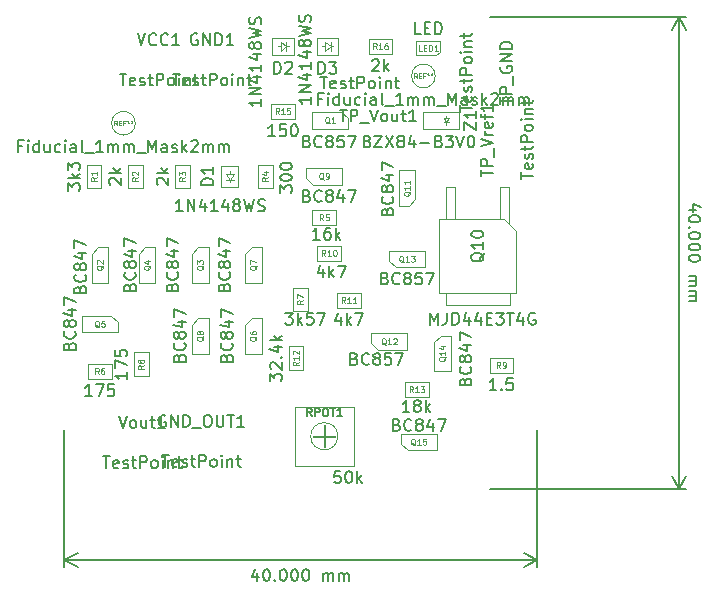
<source format=gbr>
%TF.GenerationSoftware,KiCad,Pcbnew,(5.1.10)-1*%
%TF.CreationDate,2021-12-12T15:32:54+02:00*%
%TF.ProjectId,P1_DCE_NEATA_ADRIAN_STAB_ERS_kicad,50315f44-4345-45f4-9e45-4154415f4144,rev?*%
%TF.SameCoordinates,Original*%
%TF.FileFunction,Other,Fab,Top*%
%FSLAX46Y46*%
G04 Gerber Fmt 4.6, Leading zero omitted, Abs format (unit mm)*
G04 Created by KiCad (PCBNEW (5.1.10)-1) date 2021-12-12 15:32:54*
%MOMM*%
%LPD*%
G01*
G04 APERTURE LIST*
%ADD10C,0.150000*%
%ADD11C,0.100000*%
%ADD12C,0.060000*%
%ADD13C,0.080000*%
%ADD14C,0.075000*%
G04 APERTURE END LIST*
D10*
X53514285Y23666666D02*
X52847619Y23666666D01*
X53895238Y23904761D02*
X53180952Y24142857D01*
X53180952Y23523809D01*
X53847619Y22952380D02*
X53847619Y22857142D01*
X53800000Y22761904D01*
X53752380Y22714285D01*
X53657142Y22666666D01*
X53466666Y22619047D01*
X53228571Y22619047D01*
X53038095Y22666666D01*
X52942857Y22714285D01*
X52895238Y22761904D01*
X52847619Y22857142D01*
X52847619Y22952380D01*
X52895238Y23047619D01*
X52942857Y23095238D01*
X53038095Y23142857D01*
X53228571Y23190476D01*
X53466666Y23190476D01*
X53657142Y23142857D01*
X53752380Y23095238D01*
X53800000Y23047619D01*
X53847619Y22952380D01*
X52942857Y22190476D02*
X52895238Y22142857D01*
X52847619Y22190476D01*
X52895238Y22238095D01*
X52942857Y22190476D01*
X52847619Y22190476D01*
X53847619Y21523809D02*
X53847619Y21428571D01*
X53800000Y21333333D01*
X53752380Y21285714D01*
X53657142Y21238095D01*
X53466666Y21190476D01*
X53228571Y21190476D01*
X53038095Y21238095D01*
X52942857Y21285714D01*
X52895238Y21333333D01*
X52847619Y21428571D01*
X52847619Y21523809D01*
X52895238Y21619047D01*
X52942857Y21666666D01*
X53038095Y21714285D01*
X53228571Y21761904D01*
X53466666Y21761904D01*
X53657142Y21714285D01*
X53752380Y21666666D01*
X53800000Y21619047D01*
X53847619Y21523809D01*
X53847619Y20571428D02*
X53847619Y20476190D01*
X53800000Y20380952D01*
X53752380Y20333333D01*
X53657142Y20285714D01*
X53466666Y20238095D01*
X53228571Y20238095D01*
X53038095Y20285714D01*
X52942857Y20333333D01*
X52895238Y20380952D01*
X52847619Y20476190D01*
X52847619Y20571428D01*
X52895238Y20666666D01*
X52942857Y20714285D01*
X53038095Y20761904D01*
X53228571Y20809523D01*
X53466666Y20809523D01*
X53657142Y20761904D01*
X53752380Y20714285D01*
X53800000Y20666666D01*
X53847619Y20571428D01*
X53847619Y19619047D02*
X53847619Y19523809D01*
X53800000Y19428571D01*
X53752380Y19380952D01*
X53657142Y19333333D01*
X53466666Y19285714D01*
X53228571Y19285714D01*
X53038095Y19333333D01*
X52942857Y19380952D01*
X52895238Y19428571D01*
X52847619Y19523809D01*
X52847619Y19619047D01*
X52895238Y19714285D01*
X52942857Y19761904D01*
X53038095Y19809523D01*
X53228571Y19857142D01*
X53466666Y19857142D01*
X53657142Y19809523D01*
X53752380Y19761904D01*
X53800000Y19714285D01*
X53847619Y19619047D01*
X52847619Y18095238D02*
X53514285Y18095238D01*
X53419047Y18095238D02*
X53466666Y18047619D01*
X53514285Y17952380D01*
X53514285Y17809523D01*
X53466666Y17714285D01*
X53371428Y17666666D01*
X52847619Y17666666D01*
X53371428Y17666666D02*
X53466666Y17619047D01*
X53514285Y17523809D01*
X53514285Y17380952D01*
X53466666Y17285714D01*
X53371428Y17238095D01*
X52847619Y17238095D01*
X52847619Y16761904D02*
X53514285Y16761904D01*
X53419047Y16761904D02*
X53466666Y16714285D01*
X53514285Y16619047D01*
X53514285Y16476190D01*
X53466666Y16380952D01*
X53371428Y16333333D01*
X52847619Y16333333D01*
X53371428Y16333333D02*
X53466666Y16285714D01*
X53514285Y16190476D01*
X53514285Y16047619D01*
X53466666Y15952380D01*
X53371428Y15904761D01*
X52847619Y15904761D01*
X52000000Y40000000D02*
X52000000Y0D01*
X36000000Y40000000D02*
X52586421Y40000000D01*
X36000000Y0D02*
X52586421Y0D01*
X52000000Y0D02*
X51413579Y1126504D01*
X52000000Y0D02*
X52586421Y1126504D01*
X52000000Y40000000D02*
X51413579Y38873496D01*
X52000000Y40000000D02*
X52586421Y38873496D01*
X16333333Y-7085714D02*
X16333333Y-7752380D01*
X16095238Y-6704761D02*
X15857142Y-7419047D01*
X16476190Y-7419047D01*
X17047619Y-6752380D02*
X17142857Y-6752380D01*
X17238095Y-6800000D01*
X17285714Y-6847619D01*
X17333333Y-6942857D01*
X17380952Y-7133333D01*
X17380952Y-7371428D01*
X17333333Y-7561904D01*
X17285714Y-7657142D01*
X17238095Y-7704761D01*
X17142857Y-7752380D01*
X17047619Y-7752380D01*
X16952380Y-7704761D01*
X16904761Y-7657142D01*
X16857142Y-7561904D01*
X16809523Y-7371428D01*
X16809523Y-7133333D01*
X16857142Y-6942857D01*
X16904761Y-6847619D01*
X16952380Y-6800000D01*
X17047619Y-6752380D01*
X17809523Y-7657142D02*
X17857142Y-7704761D01*
X17809523Y-7752380D01*
X17761904Y-7704761D01*
X17809523Y-7657142D01*
X17809523Y-7752380D01*
X18476190Y-6752380D02*
X18571428Y-6752380D01*
X18666666Y-6800000D01*
X18714285Y-6847619D01*
X18761904Y-6942857D01*
X18809523Y-7133333D01*
X18809523Y-7371428D01*
X18761904Y-7561904D01*
X18714285Y-7657142D01*
X18666666Y-7704761D01*
X18571428Y-7752380D01*
X18476190Y-7752380D01*
X18380952Y-7704761D01*
X18333333Y-7657142D01*
X18285714Y-7561904D01*
X18238095Y-7371428D01*
X18238095Y-7133333D01*
X18285714Y-6942857D01*
X18333333Y-6847619D01*
X18380952Y-6800000D01*
X18476190Y-6752380D01*
X19428571Y-6752380D02*
X19523809Y-6752380D01*
X19619047Y-6800000D01*
X19666666Y-6847619D01*
X19714285Y-6942857D01*
X19761904Y-7133333D01*
X19761904Y-7371428D01*
X19714285Y-7561904D01*
X19666666Y-7657142D01*
X19619047Y-7704761D01*
X19523809Y-7752380D01*
X19428571Y-7752380D01*
X19333333Y-7704761D01*
X19285714Y-7657142D01*
X19238095Y-7561904D01*
X19190476Y-7371428D01*
X19190476Y-7133333D01*
X19238095Y-6942857D01*
X19285714Y-6847619D01*
X19333333Y-6800000D01*
X19428571Y-6752380D01*
X20380952Y-6752380D02*
X20476190Y-6752380D01*
X20571428Y-6800000D01*
X20619047Y-6847619D01*
X20666666Y-6942857D01*
X20714285Y-7133333D01*
X20714285Y-7371428D01*
X20666666Y-7561904D01*
X20619047Y-7657142D01*
X20571428Y-7704761D01*
X20476190Y-7752380D01*
X20380952Y-7752380D01*
X20285714Y-7704761D01*
X20238095Y-7657142D01*
X20190476Y-7561904D01*
X20142857Y-7371428D01*
X20142857Y-7133333D01*
X20190476Y-6942857D01*
X20238095Y-6847619D01*
X20285714Y-6800000D01*
X20380952Y-6752380D01*
X21904761Y-7752380D02*
X21904761Y-7085714D01*
X21904761Y-7180952D02*
X21952380Y-7133333D01*
X22047619Y-7085714D01*
X22190476Y-7085714D01*
X22285714Y-7133333D01*
X22333333Y-7228571D01*
X22333333Y-7752380D01*
X22333333Y-7228571D02*
X22380952Y-7133333D01*
X22476190Y-7085714D01*
X22619047Y-7085714D01*
X22714285Y-7133333D01*
X22761904Y-7228571D01*
X22761904Y-7752380D01*
X23238095Y-7752380D02*
X23238095Y-7085714D01*
X23238095Y-7180952D02*
X23285714Y-7133333D01*
X23380952Y-7085714D01*
X23523809Y-7085714D01*
X23619047Y-7133333D01*
X23666666Y-7228571D01*
X23666666Y-7752380D01*
X23666666Y-7228571D02*
X23714285Y-7133333D01*
X23809523Y-7085714D01*
X23952380Y-7085714D01*
X24047619Y-7133333D01*
X24095238Y-7228571D01*
X24095238Y-7752380D01*
X0Y-6000000D02*
X40000000Y-6000000D01*
X0Y5000000D02*
X0Y-6586421D01*
X40000000Y5000000D02*
X40000000Y-6586421D01*
X40000000Y-6000000D02*
X38873496Y-6586421D01*
X40000000Y-6000000D02*
X38873496Y-5413579D01*
X0Y-6000000D02*
X1126504Y-6586421D01*
X0Y-6000000D02*
X1126504Y-5413579D01*
D11*
%TO.C,REF\u002A\u002A*%
X31400000Y35000000D02*
G75*
G03*
X31400000Y35000000I-1000000J0D01*
G01*
X6000000Y31000000D02*
G75*
G03*
X6000000Y31000000I-1000000J0D01*
G01*
%TO.C,D1*%
X13300000Y25600000D02*
X13300000Y27400000D01*
X13300000Y27400000D02*
X14700000Y27400000D01*
X14700000Y27400000D02*
X14700000Y25600000D01*
X14700000Y25600000D02*
X13300000Y25600000D01*
X13650000Y26200000D02*
X14350000Y26200000D01*
X14000000Y26200000D02*
X14000000Y26000000D01*
X14000000Y26200000D02*
X13650000Y26700000D01*
X13650000Y26700000D02*
X14350000Y26700000D01*
X14350000Y26700000D02*
X14000000Y26200000D01*
X14000000Y26700000D02*
X14000000Y26950000D01*
%TO.C,D2*%
X18300000Y37500000D02*
X18050000Y37500000D01*
X18300000Y37850000D02*
X18800000Y37500000D01*
X18300000Y37150000D02*
X18300000Y37850000D01*
X18800000Y37500000D02*
X18300000Y37150000D01*
X18800000Y37500000D02*
X19000000Y37500000D01*
X18800000Y37150000D02*
X18800000Y37850000D01*
X19400000Y38200000D02*
X19400000Y36800000D01*
X17600000Y38200000D02*
X19400000Y38200000D01*
X17600000Y36800000D02*
X17600000Y38200000D01*
X19400000Y36800000D02*
X17600000Y36800000D01*
%TO.C,D3*%
X23150000Y36800000D02*
X21350000Y36800000D01*
X21350000Y36800000D02*
X21350000Y38200000D01*
X21350000Y38200000D02*
X23150000Y38200000D01*
X23150000Y38200000D02*
X23150000Y36800000D01*
X22550000Y37150000D02*
X22550000Y37850000D01*
X22550000Y37500000D02*
X22750000Y37500000D01*
X22550000Y37500000D02*
X22050000Y37150000D01*
X22050000Y37150000D02*
X22050000Y37850000D01*
X22050000Y37850000D02*
X22550000Y37500000D01*
X22050000Y37500000D02*
X21800000Y37500000D01*
%TO.C,LED1*%
X29800000Y37950000D02*
X29800000Y36750000D01*
X31800000Y37950000D02*
X29800000Y37950000D01*
X31800000Y37050000D02*
X31800000Y37950000D01*
X31500000Y36750000D02*
X31800000Y37050000D01*
X29800000Y36750000D02*
X31500000Y36750000D01*
%TO.C,Q1*%
X23450000Y31950000D02*
X21000000Y31950000D01*
X24020000Y31400000D02*
X24020000Y30550000D01*
X23450000Y31950000D02*
X24020000Y31400000D01*
X24020000Y30550000D02*
X20980000Y30550000D01*
X20980000Y31950000D02*
X20980000Y30550000D01*
%TO.C,Q2*%
X2300000Y19950000D02*
X2300000Y17500000D01*
X2850000Y20520000D02*
X3700000Y20520000D01*
X2300000Y19950000D02*
X2850000Y20520000D01*
X3700000Y20520000D02*
X3700000Y17480000D01*
X2300000Y17480000D02*
X3700000Y17480000D01*
%TO.C,Q3*%
X10800000Y17480000D02*
X12200000Y17480000D01*
X12200000Y20520000D02*
X12200000Y17480000D01*
X10800000Y19950000D02*
X11350000Y20520000D01*
X11350000Y20520000D02*
X12200000Y20520000D01*
X10800000Y19950000D02*
X10800000Y17500000D01*
%TO.C,Q4*%
X6300000Y17480000D02*
X7700000Y17480000D01*
X7700000Y20520000D02*
X7700000Y17480000D01*
X6300000Y19950000D02*
X6850000Y20520000D01*
X6850000Y20520000D02*
X7700000Y20520000D01*
X6300000Y19950000D02*
X6300000Y17500000D01*
%TO.C,Q5*%
X3950000Y14700000D02*
X1500000Y14700000D01*
X4520000Y14150000D02*
X4520000Y13300000D01*
X3950000Y14700000D02*
X4520000Y14150000D01*
X4520000Y13300000D02*
X1480000Y13300000D01*
X1480000Y14700000D02*
X1480000Y13300000D01*
%TO.C,Q6*%
X15300000Y13950000D02*
X15300000Y11500000D01*
X15850000Y14520000D02*
X16700000Y14520000D01*
X15300000Y13950000D02*
X15850000Y14520000D01*
X16700000Y14520000D02*
X16700000Y11480000D01*
X15300000Y11480000D02*
X16700000Y11480000D01*
%TO.C,Q7*%
X15300000Y19950000D02*
X15300000Y17500000D01*
X15850000Y20520000D02*
X16700000Y20520000D01*
X15300000Y19950000D02*
X15850000Y20520000D01*
X16700000Y20520000D02*
X16700000Y17480000D01*
X15300000Y17480000D02*
X16700000Y17480000D01*
%TO.C,Q8*%
X10800000Y11480000D02*
X12200000Y11480000D01*
X12200000Y14520000D02*
X12200000Y11480000D01*
X10800000Y13950000D02*
X11350000Y14520000D01*
X11350000Y14520000D02*
X12200000Y14520000D01*
X10800000Y13950000D02*
X10800000Y11500000D01*
%TO.C,Q9*%
X23520000Y25800000D02*
X23520000Y27200000D01*
X20480000Y27200000D02*
X23520000Y27200000D01*
X21050000Y25800000D02*
X20480000Y26350000D01*
X20480000Y26350000D02*
X20480000Y27200000D01*
X21050000Y25800000D02*
X23500000Y25800000D01*
%TO.C,Q10*%
X32345000Y25570000D02*
X32345000Y22870000D01*
X33095000Y25570000D02*
X32345000Y25570000D01*
X33095000Y22870000D02*
X33095000Y25570000D01*
X36905000Y25570000D02*
X36905000Y22870000D01*
X37655000Y25570000D02*
X36905000Y25570000D01*
X37655000Y22465000D02*
X37655000Y25570000D01*
X38250000Y21870000D02*
X38250000Y16650000D01*
X37250000Y22870000D02*
X38250000Y21870000D01*
X31750000Y22870000D02*
X37250000Y22870000D01*
X31750000Y16650000D02*
X31750000Y22870000D01*
X38250000Y16650000D02*
X31750000Y16650000D01*
X32300000Y15650000D02*
X32300000Y16650000D01*
X37700000Y15650000D02*
X32300000Y15650000D01*
X37700000Y16650000D02*
X37700000Y15650000D01*
%TO.C,Q11*%
X29700000Y27020000D02*
X28300000Y27020000D01*
X28300000Y23980000D02*
X28300000Y27020000D01*
X29700000Y24550000D02*
X29150000Y23980000D01*
X29150000Y23980000D02*
X28300000Y23980000D01*
X29700000Y24550000D02*
X29700000Y27000000D01*
%TO.C,Q12*%
X29020000Y11800000D02*
X29020000Y13200000D01*
X25980000Y13200000D02*
X29020000Y13200000D01*
X26550000Y11800000D02*
X25980000Y12350000D01*
X25980000Y12350000D02*
X25980000Y13200000D01*
X26550000Y11800000D02*
X29000000Y11800000D01*
%TO.C,Q13*%
X28050000Y18800000D02*
X30500000Y18800000D01*
X27480000Y19350000D02*
X27480000Y20200000D01*
X28050000Y18800000D02*
X27480000Y19350000D01*
X27480000Y20200000D02*
X30520000Y20200000D01*
X30520000Y18800000D02*
X30520000Y20200000D01*
%TO.C,Q14*%
X31300000Y9980000D02*
X32700000Y9980000D01*
X32700000Y13020000D02*
X32700000Y9980000D01*
X31300000Y12450000D02*
X31850000Y13020000D01*
X31850000Y13020000D02*
X32700000Y13020000D01*
X31300000Y12450000D02*
X31300000Y10000000D01*
%TO.C,Q15*%
X29050000Y3300000D02*
X31500000Y3300000D01*
X28480000Y3850000D02*
X28480000Y4700000D01*
X29050000Y3300000D02*
X28480000Y3850000D01*
X28480000Y4700000D02*
X31520000Y4700000D01*
X31520000Y3300000D02*
X31520000Y4700000D01*
%TO.C,R1*%
X1875000Y27500000D02*
X3125000Y27500000D01*
X3125000Y27500000D02*
X3125000Y25500000D01*
X3125000Y25500000D02*
X1875000Y25500000D01*
X1875000Y25500000D02*
X1875000Y27500000D01*
%TO.C,R2*%
X5375000Y27500000D02*
X6625000Y27500000D01*
X6625000Y27500000D02*
X6625000Y25500000D01*
X6625000Y25500000D02*
X5375000Y25500000D01*
X5375000Y25500000D02*
X5375000Y27500000D01*
%TO.C,R3*%
X9375000Y25500000D02*
X9375000Y27500000D01*
X10625000Y25500000D02*
X9375000Y25500000D01*
X10625000Y27500000D02*
X10625000Y25500000D01*
X9375000Y27500000D02*
X10625000Y27500000D01*
%TO.C,R4*%
X16375000Y25500000D02*
X16375000Y27500000D01*
X17625000Y25500000D02*
X16375000Y25500000D01*
X17625000Y27500000D02*
X17625000Y25500000D01*
X16375000Y27500000D02*
X17625000Y27500000D01*
%TO.C,R5*%
X21000000Y23625000D02*
X23000000Y23625000D01*
X21000000Y22375000D02*
X21000000Y23625000D01*
X23000000Y22375000D02*
X21000000Y22375000D01*
X23000000Y23625000D02*
X23000000Y22375000D01*
%TO.C,R6*%
X4000000Y9375000D02*
X2000000Y9375000D01*
X4000000Y10625000D02*
X4000000Y9375000D01*
X2000000Y10625000D02*
X4000000Y10625000D01*
X2000000Y9375000D02*
X2000000Y10625000D01*
%TO.C,R7*%
X19375000Y15087500D02*
X19375000Y17087500D01*
X20625000Y15087500D02*
X19375000Y15087500D01*
X20625000Y17087500D02*
X20625000Y15087500D01*
X19375000Y17087500D02*
X20625000Y17087500D01*
%TO.C,R8*%
X5875000Y11587500D02*
X7125000Y11587500D01*
X7125000Y11587500D02*
X7125000Y9587500D01*
X7125000Y9587500D02*
X5875000Y9587500D01*
X5875000Y9587500D02*
X5875000Y11587500D01*
%TO.C,R9*%
X36000000Y9875000D02*
X36000000Y11125000D01*
X36000000Y11125000D02*
X38000000Y11125000D01*
X38000000Y11125000D02*
X38000000Y9875000D01*
X38000000Y9875000D02*
X36000000Y9875000D01*
%TO.C,R10*%
X21412500Y20625000D02*
X23412500Y20625000D01*
X21412500Y19375000D02*
X21412500Y20625000D01*
X23412500Y19375000D02*
X21412500Y19375000D01*
X23412500Y20625000D02*
X23412500Y19375000D01*
%TO.C,R11*%
X23087500Y15375000D02*
X23087500Y16625000D01*
X23087500Y16625000D02*
X25087500Y16625000D01*
X25087500Y16625000D02*
X25087500Y15375000D01*
X25087500Y15375000D02*
X23087500Y15375000D01*
%TO.C,R12*%
X18975000Y10112500D02*
X18975000Y12112500D01*
X20225000Y10112500D02*
X18975000Y10112500D01*
X20225000Y12112500D02*
X20225000Y10112500D01*
X18975000Y12112500D02*
X20225000Y12112500D01*
%TO.C,R13*%
X30837500Y9075000D02*
X30837500Y7825000D01*
X30837500Y7825000D02*
X28837500Y7825000D01*
X28837500Y7825000D02*
X28837500Y9075000D01*
X28837500Y9075000D02*
X30837500Y9075000D01*
%TO.C,R15*%
X17500000Y31375000D02*
X17500000Y32625000D01*
X17500000Y32625000D02*
X19500000Y32625000D01*
X19500000Y32625000D02*
X19500000Y31375000D01*
X19500000Y31375000D02*
X17500000Y31375000D01*
%TO.C,R16*%
X27750000Y36875000D02*
X25750000Y36875000D01*
X27750000Y38125000D02*
X27750000Y36875000D01*
X25750000Y38125000D02*
X27750000Y38125000D01*
X25750000Y36875000D02*
X25750000Y38125000D01*
%TO.C,RPOT1*%
X21080000Y4442000D02*
X21080000Y4558000D01*
X21942000Y4442000D02*
X21080000Y4442000D01*
X21942000Y3580000D02*
X21942000Y4442000D01*
X22058000Y3580000D02*
X21942000Y3580000D01*
X22058000Y4442000D02*
X22058000Y3580000D01*
X22920000Y4442000D02*
X22058000Y4442000D01*
X22920000Y4558000D02*
X22920000Y4442000D01*
X22058000Y4558000D02*
X22920000Y4558000D01*
X22058000Y5420000D02*
X22058000Y4558000D01*
X21942000Y5420000D02*
X22058000Y5420000D01*
X21942000Y4558000D02*
X21942000Y5420000D01*
X21080000Y4558000D02*
X21942000Y4558000D01*
X24500000Y7000000D02*
X19500000Y7000000D01*
X24500000Y2000000D02*
X24500000Y7000000D01*
X19500000Y2000000D02*
X24500000Y2000000D01*
X19500000Y7000000D02*
X19500000Y2000000D01*
X23150000Y4500000D02*
G75*
G03*
X23150000Y4500000I-1150000J0D01*
G01*
%TO.C,Z1*%
X33420000Y31950000D02*
X30380000Y31950000D01*
X33420000Y31950000D02*
X33420000Y30550000D01*
X30380000Y31950000D02*
X30380000Y30550000D01*
X33420000Y30550000D02*
X30380000Y30550000D01*
X32550000Y31100000D02*
X32150000Y31100000D01*
X32350000Y31100000D02*
X32350000Y30850000D01*
X32350000Y31100000D02*
X32550000Y31400000D01*
X32550000Y31400000D02*
X32150000Y31400000D01*
X32150000Y31400000D02*
X32350000Y31100000D01*
X32350000Y31400000D02*
X32350000Y31650000D01*
%TD*%
%TO.C,TP_GND*%
D10*
X33502380Y31966666D02*
X33502380Y32538095D01*
X34502380Y32252380D02*
X33502380Y32252380D01*
X34454761Y33252380D02*
X34502380Y33157142D01*
X34502380Y32966666D01*
X34454761Y32871428D01*
X34359523Y32823809D01*
X33978571Y32823809D01*
X33883333Y32871428D01*
X33835714Y32966666D01*
X33835714Y33157142D01*
X33883333Y33252380D01*
X33978571Y33300000D01*
X34073809Y33300000D01*
X34169047Y32823809D01*
X34454761Y33680952D02*
X34502380Y33776190D01*
X34502380Y33966666D01*
X34454761Y34061904D01*
X34359523Y34109523D01*
X34311904Y34109523D01*
X34216666Y34061904D01*
X34169047Y33966666D01*
X34169047Y33823809D01*
X34121428Y33728571D01*
X34026190Y33680952D01*
X33978571Y33680952D01*
X33883333Y33728571D01*
X33835714Y33823809D01*
X33835714Y33966666D01*
X33883333Y34061904D01*
X33835714Y34395238D02*
X33835714Y34776190D01*
X33502380Y34538095D02*
X34359523Y34538095D01*
X34454761Y34585714D01*
X34502380Y34680952D01*
X34502380Y34776190D01*
X34502380Y35109523D02*
X33502380Y35109523D01*
X33502380Y35490476D01*
X33550000Y35585714D01*
X33597619Y35633333D01*
X33692857Y35680952D01*
X33835714Y35680952D01*
X33930952Y35633333D01*
X33978571Y35585714D01*
X34026190Y35490476D01*
X34026190Y35109523D01*
X34502380Y36252380D02*
X34454761Y36157142D01*
X34407142Y36109523D01*
X34311904Y36061904D01*
X34026190Y36061904D01*
X33930952Y36109523D01*
X33883333Y36157142D01*
X33835714Y36252380D01*
X33835714Y36395238D01*
X33883333Y36490476D01*
X33930952Y36538095D01*
X34026190Y36585714D01*
X34311904Y36585714D01*
X34407142Y36538095D01*
X34454761Y36490476D01*
X34502380Y36395238D01*
X34502380Y36252380D01*
X34502380Y37014285D02*
X33835714Y37014285D01*
X33502380Y37014285D02*
X33550000Y36966666D01*
X33597619Y37014285D01*
X33550000Y37061904D01*
X33502380Y37014285D01*
X33597619Y37014285D01*
X33835714Y37490476D02*
X34502380Y37490476D01*
X33930952Y37490476D02*
X33883333Y37538095D01*
X33835714Y37633333D01*
X33835714Y37776190D01*
X33883333Y37871428D01*
X33978571Y37919047D01*
X34502380Y37919047D01*
X33835714Y38252380D02*
X33835714Y38633333D01*
X33502380Y38395238D02*
X34359523Y38395238D01*
X34454761Y38442857D01*
X34502380Y38538095D01*
X34502380Y38633333D01*
X36902380Y32609523D02*
X36902380Y33180952D01*
X37902380Y32895238D02*
X36902380Y32895238D01*
X37902380Y33514285D02*
X36902380Y33514285D01*
X36902380Y33895238D01*
X36950000Y33990476D01*
X36997619Y34038095D01*
X37092857Y34085714D01*
X37235714Y34085714D01*
X37330952Y34038095D01*
X37378571Y33990476D01*
X37426190Y33895238D01*
X37426190Y33514285D01*
X37997619Y34276190D02*
X37997619Y35038095D01*
X36950000Y35800000D02*
X36902380Y35704761D01*
X36902380Y35561904D01*
X36950000Y35419047D01*
X37045238Y35323809D01*
X37140476Y35276190D01*
X37330952Y35228571D01*
X37473809Y35228571D01*
X37664285Y35276190D01*
X37759523Y35323809D01*
X37854761Y35419047D01*
X37902380Y35561904D01*
X37902380Y35657142D01*
X37854761Y35800000D01*
X37807142Y35847619D01*
X37473809Y35847619D01*
X37473809Y35657142D01*
X37902380Y36276190D02*
X36902380Y36276190D01*
X37902380Y36847619D01*
X36902380Y36847619D01*
X37902380Y37323809D02*
X36902380Y37323809D01*
X36902380Y37561904D01*
X36950000Y37704761D01*
X37045238Y37800000D01*
X37140476Y37847619D01*
X37330952Y37895238D01*
X37473809Y37895238D01*
X37664285Y37847619D01*
X37759523Y37800000D01*
X37854761Y37704761D01*
X37902380Y37561904D01*
X37902380Y37323809D01*
%TO.C,GND1*%
X9166666Y35197619D02*
X9738095Y35197619D01*
X9452380Y34197619D02*
X9452380Y35197619D01*
X10452380Y34245238D02*
X10357142Y34197619D01*
X10166666Y34197619D01*
X10071428Y34245238D01*
X10023809Y34340476D01*
X10023809Y34721428D01*
X10071428Y34816666D01*
X10166666Y34864285D01*
X10357142Y34864285D01*
X10452380Y34816666D01*
X10500000Y34721428D01*
X10500000Y34626190D01*
X10023809Y34530952D01*
X10880952Y34245238D02*
X10976190Y34197619D01*
X11166666Y34197619D01*
X11261904Y34245238D01*
X11309523Y34340476D01*
X11309523Y34388095D01*
X11261904Y34483333D01*
X11166666Y34530952D01*
X11023809Y34530952D01*
X10928571Y34578571D01*
X10880952Y34673809D01*
X10880952Y34721428D01*
X10928571Y34816666D01*
X11023809Y34864285D01*
X11166666Y34864285D01*
X11261904Y34816666D01*
X11595238Y34864285D02*
X11976190Y34864285D01*
X11738095Y35197619D02*
X11738095Y34340476D01*
X11785714Y34245238D01*
X11880952Y34197619D01*
X11976190Y34197619D01*
X12309523Y34197619D02*
X12309523Y35197619D01*
X12690476Y35197619D01*
X12785714Y35150000D01*
X12833333Y35102380D01*
X12880952Y35007142D01*
X12880952Y34864285D01*
X12833333Y34769047D01*
X12785714Y34721428D01*
X12690476Y34673809D01*
X12309523Y34673809D01*
X13452380Y34197619D02*
X13357142Y34245238D01*
X13309523Y34292857D01*
X13261904Y34388095D01*
X13261904Y34673809D01*
X13309523Y34769047D01*
X13357142Y34816666D01*
X13452380Y34864285D01*
X13595238Y34864285D01*
X13690476Y34816666D01*
X13738095Y34769047D01*
X13785714Y34673809D01*
X13785714Y34388095D01*
X13738095Y34292857D01*
X13690476Y34245238D01*
X13595238Y34197619D01*
X13452380Y34197619D01*
X14214285Y34197619D02*
X14214285Y34864285D01*
X14214285Y35197619D02*
X14166666Y35150000D01*
X14214285Y35102380D01*
X14261904Y35150000D01*
X14214285Y35197619D01*
X14214285Y35102380D01*
X14690476Y34864285D02*
X14690476Y34197619D01*
X14690476Y34769047D02*
X14738095Y34816666D01*
X14833333Y34864285D01*
X14976190Y34864285D01*
X15071428Y34816666D01*
X15119047Y34721428D01*
X15119047Y34197619D01*
X15452380Y34864285D02*
X15833333Y34864285D01*
X15595238Y35197619D02*
X15595238Y34340476D01*
X15642857Y34245238D01*
X15738095Y34197619D01*
X15833333Y34197619D01*
X11261904Y38550000D02*
X11166666Y38597619D01*
X11023809Y38597619D01*
X10880952Y38550000D01*
X10785714Y38454761D01*
X10738095Y38359523D01*
X10690476Y38169047D01*
X10690476Y38026190D01*
X10738095Y37835714D01*
X10785714Y37740476D01*
X10880952Y37645238D01*
X11023809Y37597619D01*
X11119047Y37597619D01*
X11261904Y37645238D01*
X11309523Y37692857D01*
X11309523Y38026190D01*
X11119047Y38026190D01*
X11738095Y37597619D02*
X11738095Y38597619D01*
X12309523Y37597619D01*
X12309523Y38597619D01*
X12785714Y37597619D02*
X12785714Y38597619D01*
X13023809Y38597619D01*
X13166666Y38550000D01*
X13261904Y38454761D01*
X13309523Y38359523D01*
X13357142Y38169047D01*
X13357142Y38026190D01*
X13309523Y37835714D01*
X13261904Y37740476D01*
X13166666Y37645238D01*
X13023809Y37597619D01*
X12785714Y37597619D01*
X14309523Y37597619D02*
X13738095Y37597619D01*
X14023809Y37597619D02*
X14023809Y38597619D01*
X13928571Y38454761D01*
X13833333Y38359523D01*
X13738095Y38311904D01*
%TO.C,GND_OUT1*%
X8266666Y2897619D02*
X8838095Y2897619D01*
X8552380Y1897619D02*
X8552380Y2897619D01*
X9552380Y1945238D02*
X9457142Y1897619D01*
X9266666Y1897619D01*
X9171428Y1945238D01*
X9123809Y2040476D01*
X9123809Y2421428D01*
X9171428Y2516666D01*
X9266666Y2564285D01*
X9457142Y2564285D01*
X9552380Y2516666D01*
X9600000Y2421428D01*
X9600000Y2326190D01*
X9123809Y2230952D01*
X9980952Y1945238D02*
X10076190Y1897619D01*
X10266666Y1897619D01*
X10361904Y1945238D01*
X10409523Y2040476D01*
X10409523Y2088095D01*
X10361904Y2183333D01*
X10266666Y2230952D01*
X10123809Y2230952D01*
X10028571Y2278571D01*
X9980952Y2373809D01*
X9980952Y2421428D01*
X10028571Y2516666D01*
X10123809Y2564285D01*
X10266666Y2564285D01*
X10361904Y2516666D01*
X10695238Y2564285D02*
X11076190Y2564285D01*
X10838095Y2897619D02*
X10838095Y2040476D01*
X10885714Y1945238D01*
X10980952Y1897619D01*
X11076190Y1897619D01*
X11409523Y1897619D02*
X11409523Y2897619D01*
X11790476Y2897619D01*
X11885714Y2850000D01*
X11933333Y2802380D01*
X11980952Y2707142D01*
X11980952Y2564285D01*
X11933333Y2469047D01*
X11885714Y2421428D01*
X11790476Y2373809D01*
X11409523Y2373809D01*
X12552380Y1897619D02*
X12457142Y1945238D01*
X12409523Y1992857D01*
X12361904Y2088095D01*
X12361904Y2373809D01*
X12409523Y2469047D01*
X12457142Y2516666D01*
X12552380Y2564285D01*
X12695238Y2564285D01*
X12790476Y2516666D01*
X12838095Y2469047D01*
X12885714Y2373809D01*
X12885714Y2088095D01*
X12838095Y1992857D01*
X12790476Y1945238D01*
X12695238Y1897619D01*
X12552380Y1897619D01*
X13314285Y1897619D02*
X13314285Y2564285D01*
X13314285Y2897619D02*
X13266666Y2850000D01*
X13314285Y2802380D01*
X13361904Y2850000D01*
X13314285Y2897619D01*
X13314285Y2802380D01*
X13790476Y2564285D02*
X13790476Y1897619D01*
X13790476Y2469047D02*
X13838095Y2516666D01*
X13933333Y2564285D01*
X14076190Y2564285D01*
X14171428Y2516666D01*
X14219047Y2421428D01*
X14219047Y1897619D01*
X14552380Y2564285D02*
X14933333Y2564285D01*
X14695238Y2897619D02*
X14695238Y2040476D01*
X14742857Y1945238D01*
X14838095Y1897619D01*
X14933333Y1897619D01*
X8552380Y6250000D02*
X8457142Y6297619D01*
X8314285Y6297619D01*
X8171428Y6250000D01*
X8076190Y6154761D01*
X8028571Y6059523D01*
X7980952Y5869047D01*
X7980952Y5726190D01*
X8028571Y5535714D01*
X8076190Y5440476D01*
X8171428Y5345238D01*
X8314285Y5297619D01*
X8409523Y5297619D01*
X8552380Y5345238D01*
X8600000Y5392857D01*
X8600000Y5726190D01*
X8409523Y5726190D01*
X9028571Y5297619D02*
X9028571Y6297619D01*
X9600000Y5297619D01*
X9600000Y6297619D01*
X10076190Y5297619D02*
X10076190Y6297619D01*
X10314285Y6297619D01*
X10457142Y6250000D01*
X10552380Y6154761D01*
X10600000Y6059523D01*
X10647619Y5869047D01*
X10647619Y5726190D01*
X10600000Y5535714D01*
X10552380Y5440476D01*
X10457142Y5345238D01*
X10314285Y5297619D01*
X10076190Y5297619D01*
X10838095Y5202380D02*
X11600000Y5202380D01*
X12028571Y6297619D02*
X12219047Y6297619D01*
X12314285Y6250000D01*
X12409523Y6154761D01*
X12457142Y5964285D01*
X12457142Y5630952D01*
X12409523Y5440476D01*
X12314285Y5345238D01*
X12219047Y5297619D01*
X12028571Y5297619D01*
X11933333Y5345238D01*
X11838095Y5440476D01*
X11790476Y5630952D01*
X11790476Y5964285D01*
X11838095Y6154761D01*
X11933333Y6250000D01*
X12028571Y6297619D01*
X12885714Y6297619D02*
X12885714Y5488095D01*
X12933333Y5392857D01*
X12980952Y5345238D01*
X13076190Y5297619D01*
X13266666Y5297619D01*
X13361904Y5345238D01*
X13409523Y5392857D01*
X13457142Y5488095D01*
X13457142Y6297619D01*
X13790476Y6297619D02*
X14361904Y6297619D01*
X14076190Y5297619D02*
X14076190Y6297619D01*
X15219047Y5297619D02*
X14647619Y5297619D01*
X14933333Y5297619D02*
X14933333Y6297619D01*
X14838095Y6154761D01*
X14742857Y6059523D01*
X14647619Y6011904D01*
%TO.C,VCC1*%
X4666666Y35197619D02*
X5238095Y35197619D01*
X4952380Y34197619D02*
X4952380Y35197619D01*
X5952380Y34245238D02*
X5857142Y34197619D01*
X5666666Y34197619D01*
X5571428Y34245238D01*
X5523809Y34340476D01*
X5523809Y34721428D01*
X5571428Y34816666D01*
X5666666Y34864285D01*
X5857142Y34864285D01*
X5952380Y34816666D01*
X6000000Y34721428D01*
X6000000Y34626190D01*
X5523809Y34530952D01*
X6380952Y34245238D02*
X6476190Y34197619D01*
X6666666Y34197619D01*
X6761904Y34245238D01*
X6809523Y34340476D01*
X6809523Y34388095D01*
X6761904Y34483333D01*
X6666666Y34530952D01*
X6523809Y34530952D01*
X6428571Y34578571D01*
X6380952Y34673809D01*
X6380952Y34721428D01*
X6428571Y34816666D01*
X6523809Y34864285D01*
X6666666Y34864285D01*
X6761904Y34816666D01*
X7095238Y34864285D02*
X7476190Y34864285D01*
X7238095Y35197619D02*
X7238095Y34340476D01*
X7285714Y34245238D01*
X7380952Y34197619D01*
X7476190Y34197619D01*
X7809523Y34197619D02*
X7809523Y35197619D01*
X8190476Y35197619D01*
X8285714Y35150000D01*
X8333333Y35102380D01*
X8380952Y35007142D01*
X8380952Y34864285D01*
X8333333Y34769047D01*
X8285714Y34721428D01*
X8190476Y34673809D01*
X7809523Y34673809D01*
X8952380Y34197619D02*
X8857142Y34245238D01*
X8809523Y34292857D01*
X8761904Y34388095D01*
X8761904Y34673809D01*
X8809523Y34769047D01*
X8857142Y34816666D01*
X8952380Y34864285D01*
X9095238Y34864285D01*
X9190476Y34816666D01*
X9238095Y34769047D01*
X9285714Y34673809D01*
X9285714Y34388095D01*
X9238095Y34292857D01*
X9190476Y34245238D01*
X9095238Y34197619D01*
X8952380Y34197619D01*
X9714285Y34197619D02*
X9714285Y34864285D01*
X9714285Y35197619D02*
X9666666Y35150000D01*
X9714285Y35102380D01*
X9761904Y35150000D01*
X9714285Y35197619D01*
X9714285Y35102380D01*
X10190476Y34864285D02*
X10190476Y34197619D01*
X10190476Y34769047D02*
X10238095Y34816666D01*
X10333333Y34864285D01*
X10476190Y34864285D01*
X10571428Y34816666D01*
X10619047Y34721428D01*
X10619047Y34197619D01*
X10952380Y34864285D02*
X11333333Y34864285D01*
X11095238Y35197619D02*
X11095238Y34340476D01*
X11142857Y34245238D01*
X11238095Y34197619D01*
X11333333Y34197619D01*
X6190476Y38597619D02*
X6523809Y37597619D01*
X6857142Y38597619D01*
X7761904Y37692857D02*
X7714285Y37645238D01*
X7571428Y37597619D01*
X7476190Y37597619D01*
X7333333Y37645238D01*
X7238095Y37740476D01*
X7190476Y37835714D01*
X7142857Y38026190D01*
X7142857Y38169047D01*
X7190476Y38359523D01*
X7238095Y38454761D01*
X7333333Y38550000D01*
X7476190Y38597619D01*
X7571428Y38597619D01*
X7714285Y38550000D01*
X7761904Y38502380D01*
X8761904Y37692857D02*
X8714285Y37645238D01*
X8571428Y37597619D01*
X8476190Y37597619D01*
X8333333Y37645238D01*
X8238095Y37740476D01*
X8190476Y37835714D01*
X8142857Y38026190D01*
X8142857Y38169047D01*
X8190476Y38359523D01*
X8238095Y38454761D01*
X8333333Y38550000D01*
X8476190Y38597619D01*
X8571428Y38597619D01*
X8714285Y38550000D01*
X8761904Y38502380D01*
X9714285Y37597619D02*
X9142857Y37597619D01*
X9428571Y37597619D02*
X9428571Y38597619D01*
X9333333Y38454761D01*
X9238095Y38359523D01*
X9142857Y38311904D01*
%TO.C,Vout1*%
X3266666Y2797619D02*
X3838095Y2797619D01*
X3552380Y1797619D02*
X3552380Y2797619D01*
X4552380Y1845238D02*
X4457142Y1797619D01*
X4266666Y1797619D01*
X4171428Y1845238D01*
X4123809Y1940476D01*
X4123809Y2321428D01*
X4171428Y2416666D01*
X4266666Y2464285D01*
X4457142Y2464285D01*
X4552380Y2416666D01*
X4600000Y2321428D01*
X4600000Y2226190D01*
X4123809Y2130952D01*
X4980952Y1845238D02*
X5076190Y1797619D01*
X5266666Y1797619D01*
X5361904Y1845238D01*
X5409523Y1940476D01*
X5409523Y1988095D01*
X5361904Y2083333D01*
X5266666Y2130952D01*
X5123809Y2130952D01*
X5028571Y2178571D01*
X4980952Y2273809D01*
X4980952Y2321428D01*
X5028571Y2416666D01*
X5123809Y2464285D01*
X5266666Y2464285D01*
X5361904Y2416666D01*
X5695238Y2464285D02*
X6076190Y2464285D01*
X5838095Y2797619D02*
X5838095Y1940476D01*
X5885714Y1845238D01*
X5980952Y1797619D01*
X6076190Y1797619D01*
X6409523Y1797619D02*
X6409523Y2797619D01*
X6790476Y2797619D01*
X6885714Y2750000D01*
X6933333Y2702380D01*
X6980952Y2607142D01*
X6980952Y2464285D01*
X6933333Y2369047D01*
X6885714Y2321428D01*
X6790476Y2273809D01*
X6409523Y2273809D01*
X7552380Y1797619D02*
X7457142Y1845238D01*
X7409523Y1892857D01*
X7361904Y1988095D01*
X7361904Y2273809D01*
X7409523Y2369047D01*
X7457142Y2416666D01*
X7552380Y2464285D01*
X7695238Y2464285D01*
X7790476Y2416666D01*
X7838095Y2369047D01*
X7885714Y2273809D01*
X7885714Y1988095D01*
X7838095Y1892857D01*
X7790476Y1845238D01*
X7695238Y1797619D01*
X7552380Y1797619D01*
X8314285Y1797619D02*
X8314285Y2464285D01*
X8314285Y2797619D02*
X8266666Y2750000D01*
X8314285Y2702380D01*
X8361904Y2750000D01*
X8314285Y2797619D01*
X8314285Y2702380D01*
X8790476Y2464285D02*
X8790476Y1797619D01*
X8790476Y2369047D02*
X8838095Y2416666D01*
X8933333Y2464285D01*
X9076190Y2464285D01*
X9171428Y2416666D01*
X9219047Y2321428D01*
X9219047Y1797619D01*
X9552380Y2464285D02*
X9933333Y2464285D01*
X9695238Y2797619D02*
X9695238Y1940476D01*
X9742857Y1845238D01*
X9838095Y1797619D01*
X9933333Y1797619D01*
X4600000Y6197619D02*
X4933333Y5197619D01*
X5266666Y6197619D01*
X5742857Y5197619D02*
X5647619Y5245238D01*
X5600000Y5292857D01*
X5552380Y5388095D01*
X5552380Y5673809D01*
X5600000Y5769047D01*
X5647619Y5816666D01*
X5742857Y5864285D01*
X5885714Y5864285D01*
X5980952Y5816666D01*
X6028571Y5769047D01*
X6076190Y5673809D01*
X6076190Y5388095D01*
X6028571Y5292857D01*
X5980952Y5245238D01*
X5885714Y5197619D01*
X5742857Y5197619D01*
X6933333Y5864285D02*
X6933333Y5197619D01*
X6504761Y5864285D02*
X6504761Y5340476D01*
X6552380Y5245238D01*
X6647619Y5197619D01*
X6790476Y5197619D01*
X6885714Y5245238D01*
X6933333Y5292857D01*
X7266666Y5864285D02*
X7647619Y5864285D01*
X7409523Y6197619D02*
X7409523Y5340476D01*
X7457142Y5245238D01*
X7552380Y5197619D01*
X7647619Y5197619D01*
X8504761Y5197619D02*
X7933333Y5197619D01*
X8219047Y5197619D02*
X8219047Y6197619D01*
X8123809Y6054761D01*
X8028571Y5959523D01*
X7933333Y5911904D01*
%TO.C,REF\u002A\u002A*%
X21804761Y33071428D02*
X21471428Y33071428D01*
X21471428Y32547619D02*
X21471428Y33547619D01*
X21947619Y33547619D01*
X22328571Y32547619D02*
X22328571Y33214285D01*
X22328571Y33547619D02*
X22280952Y33500000D01*
X22328571Y33452380D01*
X22376190Y33500000D01*
X22328571Y33547619D01*
X22328571Y33452380D01*
X23233333Y32547619D02*
X23233333Y33547619D01*
X23233333Y32595238D02*
X23138095Y32547619D01*
X22947619Y32547619D01*
X22852380Y32595238D01*
X22804761Y32642857D01*
X22757142Y32738095D01*
X22757142Y33023809D01*
X22804761Y33119047D01*
X22852380Y33166666D01*
X22947619Y33214285D01*
X23138095Y33214285D01*
X23233333Y33166666D01*
X24138095Y33214285D02*
X24138095Y32547619D01*
X23709523Y33214285D02*
X23709523Y32690476D01*
X23757142Y32595238D01*
X23852380Y32547619D01*
X23995238Y32547619D01*
X24090476Y32595238D01*
X24138095Y32642857D01*
X25042857Y32595238D02*
X24947619Y32547619D01*
X24757142Y32547619D01*
X24661904Y32595238D01*
X24614285Y32642857D01*
X24566666Y32738095D01*
X24566666Y33023809D01*
X24614285Y33119047D01*
X24661904Y33166666D01*
X24757142Y33214285D01*
X24947619Y33214285D01*
X25042857Y33166666D01*
X25471428Y32547619D02*
X25471428Y33214285D01*
X25471428Y33547619D02*
X25423809Y33500000D01*
X25471428Y33452380D01*
X25519047Y33500000D01*
X25471428Y33547619D01*
X25471428Y33452380D01*
X26376190Y32547619D02*
X26376190Y33071428D01*
X26328571Y33166666D01*
X26233333Y33214285D01*
X26042857Y33214285D01*
X25947619Y33166666D01*
X26376190Y32595238D02*
X26280952Y32547619D01*
X26042857Y32547619D01*
X25947619Y32595238D01*
X25900000Y32690476D01*
X25900000Y32785714D01*
X25947619Y32880952D01*
X26042857Y32928571D01*
X26280952Y32928571D01*
X26376190Y32976190D01*
X26995238Y32547619D02*
X26900000Y32595238D01*
X26852380Y32690476D01*
X26852380Y33547619D01*
X27138095Y32452380D02*
X27900000Y32452380D01*
X28661904Y32547619D02*
X28090476Y32547619D01*
X28376190Y32547619D02*
X28376190Y33547619D01*
X28280952Y33404761D01*
X28185714Y33309523D01*
X28090476Y33261904D01*
X29090476Y32547619D02*
X29090476Y33214285D01*
X29090476Y33119047D02*
X29138095Y33166666D01*
X29233333Y33214285D01*
X29376190Y33214285D01*
X29471428Y33166666D01*
X29519047Y33071428D01*
X29519047Y32547619D01*
X29519047Y33071428D02*
X29566666Y33166666D01*
X29661904Y33214285D01*
X29804761Y33214285D01*
X29900000Y33166666D01*
X29947619Y33071428D01*
X29947619Y32547619D01*
X30423809Y32547619D02*
X30423809Y33214285D01*
X30423809Y33119047D02*
X30471428Y33166666D01*
X30566666Y33214285D01*
X30709523Y33214285D01*
X30804761Y33166666D01*
X30852380Y33071428D01*
X30852380Y32547619D01*
X30852380Y33071428D02*
X30900000Y33166666D01*
X30995238Y33214285D01*
X31138095Y33214285D01*
X31233333Y33166666D01*
X31280952Y33071428D01*
X31280952Y32547619D01*
X31519047Y32452380D02*
X32280952Y32452380D01*
X32519047Y32547619D02*
X32519047Y33547619D01*
X32852380Y32833333D01*
X33185714Y33547619D01*
X33185714Y32547619D01*
X34090476Y32547619D02*
X34090476Y33071428D01*
X34042857Y33166666D01*
X33947619Y33214285D01*
X33757142Y33214285D01*
X33661904Y33166666D01*
X34090476Y32595238D02*
X33995238Y32547619D01*
X33757142Y32547619D01*
X33661904Y32595238D01*
X33614285Y32690476D01*
X33614285Y32785714D01*
X33661904Y32880952D01*
X33757142Y32928571D01*
X33995238Y32928571D01*
X34090476Y32976190D01*
X34519047Y32595238D02*
X34614285Y32547619D01*
X34804761Y32547619D01*
X34900000Y32595238D01*
X34947619Y32690476D01*
X34947619Y32738095D01*
X34900000Y32833333D01*
X34804761Y32880952D01*
X34661904Y32880952D01*
X34566666Y32928571D01*
X34519047Y33023809D01*
X34519047Y33071428D01*
X34566666Y33166666D01*
X34661904Y33214285D01*
X34804761Y33214285D01*
X34900000Y33166666D01*
X35376190Y32547619D02*
X35376190Y33547619D01*
X35471428Y32928571D02*
X35757142Y32547619D01*
X35757142Y33214285D02*
X35376190Y32833333D01*
X36138095Y33452380D02*
X36185714Y33500000D01*
X36280952Y33547619D01*
X36519047Y33547619D01*
X36614285Y33500000D01*
X36661904Y33452380D01*
X36709523Y33357142D01*
X36709523Y33261904D01*
X36661904Y33119047D01*
X36090476Y32547619D01*
X36709523Y32547619D01*
X37138095Y32547619D02*
X37138095Y33214285D01*
X37138095Y33119047D02*
X37185714Y33166666D01*
X37280952Y33214285D01*
X37423809Y33214285D01*
X37519047Y33166666D01*
X37566666Y33071428D01*
X37566666Y32547619D01*
X37566666Y33071428D02*
X37614285Y33166666D01*
X37709523Y33214285D01*
X37852380Y33214285D01*
X37947619Y33166666D01*
X37995238Y33071428D01*
X37995238Y32547619D01*
X38471428Y32547619D02*
X38471428Y33214285D01*
X38471428Y33119047D02*
X38519047Y33166666D01*
X38614285Y33214285D01*
X38757142Y33214285D01*
X38852380Y33166666D01*
X38900000Y33071428D01*
X38900000Y32547619D01*
X38900000Y33071428D02*
X38947619Y33166666D01*
X39042857Y33214285D01*
X39185714Y33214285D01*
X39280952Y33166666D01*
X39328571Y33071428D01*
X39328571Y32547619D01*
D12*
X29866666Y34819047D02*
X29733333Y35009523D01*
X29638095Y34819047D02*
X29638095Y35219047D01*
X29790476Y35219047D01*
X29828571Y35200000D01*
X29847619Y35180952D01*
X29866666Y35142857D01*
X29866666Y35085714D01*
X29847619Y35047619D01*
X29828571Y35028571D01*
X29790476Y35009523D01*
X29638095Y35009523D01*
X30038095Y35028571D02*
X30171428Y35028571D01*
X30228571Y34819047D02*
X30038095Y34819047D01*
X30038095Y35219047D01*
X30228571Y35219047D01*
X30533333Y35028571D02*
X30400000Y35028571D01*
X30400000Y34819047D02*
X30400000Y35219047D01*
X30590476Y35219047D01*
X30800000Y35219047D02*
X30800000Y35123809D01*
X30704761Y35161904D02*
X30800000Y35123809D01*
X30895238Y35161904D01*
X30742857Y35047619D02*
X30800000Y35123809D01*
X30857142Y35047619D01*
X31104761Y35219047D02*
X31104761Y35123809D01*
X31009523Y35161904D02*
X31104761Y35123809D01*
X31200000Y35161904D01*
X31047619Y35047619D02*
X31104761Y35123809D01*
X31161904Y35047619D01*
D10*
X-3595238Y29071428D02*
X-3928571Y29071428D01*
X-3928571Y28547619D02*
X-3928571Y29547619D01*
X-3452380Y29547619D01*
X-3071428Y28547619D02*
X-3071428Y29214285D01*
X-3071428Y29547619D02*
X-3119047Y29500000D01*
X-3071428Y29452380D01*
X-3023809Y29500000D01*
X-3071428Y29547619D01*
X-3071428Y29452380D01*
X-2166666Y28547619D02*
X-2166666Y29547619D01*
X-2166666Y28595238D02*
X-2261904Y28547619D01*
X-2452380Y28547619D01*
X-2547619Y28595238D01*
X-2595238Y28642857D01*
X-2642857Y28738095D01*
X-2642857Y29023809D01*
X-2595238Y29119047D01*
X-2547619Y29166666D01*
X-2452380Y29214285D01*
X-2261904Y29214285D01*
X-2166666Y29166666D01*
X-1261904Y29214285D02*
X-1261904Y28547619D01*
X-1690476Y29214285D02*
X-1690476Y28690476D01*
X-1642857Y28595238D01*
X-1547619Y28547619D01*
X-1404761Y28547619D01*
X-1309523Y28595238D01*
X-1261904Y28642857D01*
X-357142Y28595238D02*
X-452380Y28547619D01*
X-642857Y28547619D01*
X-738095Y28595238D01*
X-785714Y28642857D01*
X-833333Y28738095D01*
X-833333Y29023809D01*
X-785714Y29119047D01*
X-738095Y29166666D01*
X-642857Y29214285D01*
X-452380Y29214285D01*
X-357142Y29166666D01*
X71428Y28547619D02*
X71428Y29214285D01*
X71428Y29547619D02*
X23809Y29500000D01*
X71428Y29452380D01*
X119047Y29500000D01*
X71428Y29547619D01*
X71428Y29452380D01*
X976190Y28547619D02*
X976190Y29071428D01*
X928571Y29166666D01*
X833333Y29214285D01*
X642857Y29214285D01*
X547619Y29166666D01*
X976190Y28595238D02*
X880952Y28547619D01*
X642857Y28547619D01*
X547619Y28595238D01*
X500000Y28690476D01*
X500000Y28785714D01*
X547619Y28880952D01*
X642857Y28928571D01*
X880952Y28928571D01*
X976190Y28976190D01*
X1595238Y28547619D02*
X1500000Y28595238D01*
X1452380Y28690476D01*
X1452380Y29547619D01*
X1738095Y28452380D02*
X2500000Y28452380D01*
X3261904Y28547619D02*
X2690476Y28547619D01*
X2976190Y28547619D02*
X2976190Y29547619D01*
X2880952Y29404761D01*
X2785714Y29309523D01*
X2690476Y29261904D01*
X3690476Y28547619D02*
X3690476Y29214285D01*
X3690476Y29119047D02*
X3738095Y29166666D01*
X3833333Y29214285D01*
X3976190Y29214285D01*
X4071428Y29166666D01*
X4119047Y29071428D01*
X4119047Y28547619D01*
X4119047Y29071428D02*
X4166666Y29166666D01*
X4261904Y29214285D01*
X4404761Y29214285D01*
X4500000Y29166666D01*
X4547619Y29071428D01*
X4547619Y28547619D01*
X5023809Y28547619D02*
X5023809Y29214285D01*
X5023809Y29119047D02*
X5071428Y29166666D01*
X5166666Y29214285D01*
X5309523Y29214285D01*
X5404761Y29166666D01*
X5452380Y29071428D01*
X5452380Y28547619D01*
X5452380Y29071428D02*
X5500000Y29166666D01*
X5595238Y29214285D01*
X5738095Y29214285D01*
X5833333Y29166666D01*
X5880952Y29071428D01*
X5880952Y28547619D01*
X6119047Y28452380D02*
X6880952Y28452380D01*
X7119047Y28547619D02*
X7119047Y29547619D01*
X7452380Y28833333D01*
X7785714Y29547619D01*
X7785714Y28547619D01*
X8690476Y28547619D02*
X8690476Y29071428D01*
X8642857Y29166666D01*
X8547619Y29214285D01*
X8357142Y29214285D01*
X8261904Y29166666D01*
X8690476Y28595238D02*
X8595238Y28547619D01*
X8357142Y28547619D01*
X8261904Y28595238D01*
X8214285Y28690476D01*
X8214285Y28785714D01*
X8261904Y28880952D01*
X8357142Y28928571D01*
X8595238Y28928571D01*
X8690476Y28976190D01*
X9119047Y28595238D02*
X9214285Y28547619D01*
X9404761Y28547619D01*
X9500000Y28595238D01*
X9547619Y28690476D01*
X9547619Y28738095D01*
X9500000Y28833333D01*
X9404761Y28880952D01*
X9261904Y28880952D01*
X9166666Y28928571D01*
X9119047Y29023809D01*
X9119047Y29071428D01*
X9166666Y29166666D01*
X9261904Y29214285D01*
X9404761Y29214285D01*
X9500000Y29166666D01*
X9976190Y28547619D02*
X9976190Y29547619D01*
X10071428Y28928571D02*
X10357142Y28547619D01*
X10357142Y29214285D02*
X9976190Y28833333D01*
X10738095Y29452380D02*
X10785714Y29500000D01*
X10880952Y29547619D01*
X11119047Y29547619D01*
X11214285Y29500000D01*
X11261904Y29452380D01*
X11309523Y29357142D01*
X11309523Y29261904D01*
X11261904Y29119047D01*
X10690476Y28547619D01*
X11309523Y28547619D01*
X11738095Y28547619D02*
X11738095Y29214285D01*
X11738095Y29119047D02*
X11785714Y29166666D01*
X11880952Y29214285D01*
X12023809Y29214285D01*
X12119047Y29166666D01*
X12166666Y29071428D01*
X12166666Y28547619D01*
X12166666Y29071428D02*
X12214285Y29166666D01*
X12309523Y29214285D01*
X12452380Y29214285D01*
X12547619Y29166666D01*
X12595238Y29071428D01*
X12595238Y28547619D01*
X13071428Y28547619D02*
X13071428Y29214285D01*
X13071428Y29119047D02*
X13119047Y29166666D01*
X13214285Y29214285D01*
X13357142Y29214285D01*
X13452380Y29166666D01*
X13500000Y29071428D01*
X13500000Y28547619D01*
X13500000Y29071428D02*
X13547619Y29166666D01*
X13642857Y29214285D01*
X13785714Y29214285D01*
X13880952Y29166666D01*
X13928571Y29071428D01*
X13928571Y28547619D01*
D12*
X4466666Y30819047D02*
X4333333Y31009523D01*
X4238095Y30819047D02*
X4238095Y31219047D01*
X4390476Y31219047D01*
X4428571Y31200000D01*
X4447619Y31180952D01*
X4466666Y31142857D01*
X4466666Y31085714D01*
X4447619Y31047619D01*
X4428571Y31028571D01*
X4390476Y31009523D01*
X4238095Y31009523D01*
X4638095Y31028571D02*
X4771428Y31028571D01*
X4828571Y30819047D02*
X4638095Y30819047D01*
X4638095Y31219047D01*
X4828571Y31219047D01*
X5133333Y31028571D02*
X5000000Y31028571D01*
X5000000Y30819047D02*
X5000000Y31219047D01*
X5190476Y31219047D01*
X5400000Y31219047D02*
X5400000Y31123809D01*
X5304761Y31161904D02*
X5400000Y31123809D01*
X5495238Y31161904D01*
X5342857Y31047619D02*
X5400000Y31123809D01*
X5457142Y31047619D01*
X5704761Y31219047D02*
X5704761Y31123809D01*
X5609523Y31161904D02*
X5704761Y31123809D01*
X5800000Y31161904D01*
X5647619Y31047619D02*
X5704761Y31123809D01*
X5761904Y31047619D01*
%TO.C,D1*%
D10*
X10009523Y23547619D02*
X9438095Y23547619D01*
X9723809Y23547619D02*
X9723809Y24547619D01*
X9628571Y24404761D01*
X9533333Y24309523D01*
X9438095Y24261904D01*
X10438095Y23547619D02*
X10438095Y24547619D01*
X11009523Y23547619D01*
X11009523Y24547619D01*
X11914285Y24214285D02*
X11914285Y23547619D01*
X11676190Y24595238D02*
X11438095Y23880952D01*
X12057142Y23880952D01*
X12961904Y23547619D02*
X12390476Y23547619D01*
X12676190Y23547619D02*
X12676190Y24547619D01*
X12580952Y24404761D01*
X12485714Y24309523D01*
X12390476Y24261904D01*
X13819047Y24214285D02*
X13819047Y23547619D01*
X13580952Y24595238D02*
X13342857Y23880952D01*
X13961904Y23880952D01*
X14485714Y24119047D02*
X14390476Y24166666D01*
X14342857Y24214285D01*
X14295238Y24309523D01*
X14295238Y24357142D01*
X14342857Y24452380D01*
X14390476Y24500000D01*
X14485714Y24547619D01*
X14676190Y24547619D01*
X14771428Y24500000D01*
X14819047Y24452380D01*
X14866666Y24357142D01*
X14866666Y24309523D01*
X14819047Y24214285D01*
X14771428Y24166666D01*
X14676190Y24119047D01*
X14485714Y24119047D01*
X14390476Y24071428D01*
X14342857Y24023809D01*
X14295238Y23928571D01*
X14295238Y23738095D01*
X14342857Y23642857D01*
X14390476Y23595238D01*
X14485714Y23547619D01*
X14676190Y23547619D01*
X14771428Y23595238D01*
X14819047Y23642857D01*
X14866666Y23738095D01*
X14866666Y23928571D01*
X14819047Y24023809D01*
X14771428Y24071428D01*
X14676190Y24119047D01*
X15200000Y24547619D02*
X15438095Y23547619D01*
X15628571Y24261904D01*
X15819047Y23547619D01*
X16057142Y24547619D01*
X16390476Y23595238D02*
X16533333Y23547619D01*
X16771428Y23547619D01*
X16866666Y23595238D01*
X16914285Y23642857D01*
X16961904Y23738095D01*
X16961904Y23833333D01*
X16914285Y23928571D01*
X16866666Y23976190D01*
X16771428Y24023809D01*
X16580952Y24071428D01*
X16485714Y24119047D01*
X16438095Y24166666D01*
X16390476Y24261904D01*
X16390476Y24357142D01*
X16438095Y24452380D01*
X16485714Y24500000D01*
X16580952Y24547619D01*
X16819047Y24547619D01*
X16961904Y24500000D01*
X12602380Y25761904D02*
X11602380Y25761904D01*
X11602380Y26000000D01*
X11650000Y26142857D01*
X11745238Y26238095D01*
X11840476Y26285714D01*
X12030952Y26333333D01*
X12173809Y26333333D01*
X12364285Y26285714D01*
X12459523Y26238095D01*
X12554761Y26142857D01*
X12602380Y26000000D01*
X12602380Y25761904D01*
X12602380Y27285714D02*
X12602380Y26714285D01*
X12602380Y27000000D02*
X11602380Y27000000D01*
X11745238Y26904761D01*
X11840476Y26809523D01*
X11888095Y26714285D01*
%TO.C,D2*%
X16652380Y33009523D02*
X16652380Y32438095D01*
X16652380Y32723809D02*
X15652380Y32723809D01*
X15795238Y32628571D01*
X15890476Y32533333D01*
X15938095Y32438095D01*
X16652380Y33438095D02*
X15652380Y33438095D01*
X16652380Y34009523D01*
X15652380Y34009523D01*
X15985714Y34914285D02*
X16652380Y34914285D01*
X15604761Y34676190D02*
X16319047Y34438095D01*
X16319047Y35057142D01*
X16652380Y35961904D02*
X16652380Y35390476D01*
X16652380Y35676190D02*
X15652380Y35676190D01*
X15795238Y35580952D01*
X15890476Y35485714D01*
X15938095Y35390476D01*
X15985714Y36819047D02*
X16652380Y36819047D01*
X15604761Y36580952D02*
X16319047Y36342857D01*
X16319047Y36961904D01*
X16080952Y37485714D02*
X16033333Y37390476D01*
X15985714Y37342857D01*
X15890476Y37295238D01*
X15842857Y37295238D01*
X15747619Y37342857D01*
X15700000Y37390476D01*
X15652380Y37485714D01*
X15652380Y37676190D01*
X15700000Y37771428D01*
X15747619Y37819047D01*
X15842857Y37866666D01*
X15890476Y37866666D01*
X15985714Y37819047D01*
X16033333Y37771428D01*
X16080952Y37676190D01*
X16080952Y37485714D01*
X16128571Y37390476D01*
X16176190Y37342857D01*
X16271428Y37295238D01*
X16461904Y37295238D01*
X16557142Y37342857D01*
X16604761Y37390476D01*
X16652380Y37485714D01*
X16652380Y37676190D01*
X16604761Y37771428D01*
X16557142Y37819047D01*
X16461904Y37866666D01*
X16271428Y37866666D01*
X16176190Y37819047D01*
X16128571Y37771428D01*
X16080952Y37676190D01*
X15652380Y38200000D02*
X16652380Y38438095D01*
X15938095Y38628571D01*
X16652380Y38819047D01*
X15652380Y39057142D01*
X16604761Y39390476D02*
X16652380Y39533333D01*
X16652380Y39771428D01*
X16604761Y39866666D01*
X16557142Y39914285D01*
X16461904Y39961904D01*
X16366666Y39961904D01*
X16271428Y39914285D01*
X16223809Y39866666D01*
X16176190Y39771428D01*
X16128571Y39580952D01*
X16080952Y39485714D01*
X16033333Y39438095D01*
X15938095Y39390476D01*
X15842857Y39390476D01*
X15747619Y39438095D01*
X15700000Y39485714D01*
X15652380Y39580952D01*
X15652380Y39819047D01*
X15700000Y39961904D01*
X17761904Y35197619D02*
X17761904Y36197619D01*
X18000000Y36197619D01*
X18142857Y36150000D01*
X18238095Y36054761D01*
X18285714Y35959523D01*
X18333333Y35769047D01*
X18333333Y35626190D01*
X18285714Y35435714D01*
X18238095Y35340476D01*
X18142857Y35245238D01*
X18000000Y35197619D01*
X17761904Y35197619D01*
X18714285Y36102380D02*
X18761904Y36150000D01*
X18857142Y36197619D01*
X19095238Y36197619D01*
X19190476Y36150000D01*
X19238095Y36102380D01*
X19285714Y36007142D01*
X19285714Y35911904D01*
X19238095Y35769047D01*
X18666666Y35197619D01*
X19285714Y35197619D01*
%TO.C,D3*%
X20852380Y33209523D02*
X20852380Y32638095D01*
X20852380Y32923809D02*
X19852380Y32923809D01*
X19995238Y32828571D01*
X20090476Y32733333D01*
X20138095Y32638095D01*
X20852380Y33638095D02*
X19852380Y33638095D01*
X20852380Y34209523D01*
X19852380Y34209523D01*
X20185714Y35114285D02*
X20852380Y35114285D01*
X19804761Y34876190D02*
X20519047Y34638095D01*
X20519047Y35257142D01*
X20852380Y36161904D02*
X20852380Y35590476D01*
X20852380Y35876190D02*
X19852380Y35876190D01*
X19995238Y35780952D01*
X20090476Y35685714D01*
X20138095Y35590476D01*
X20185714Y37019047D02*
X20852380Y37019047D01*
X19804761Y36780952D02*
X20519047Y36542857D01*
X20519047Y37161904D01*
X20280952Y37685714D02*
X20233333Y37590476D01*
X20185714Y37542857D01*
X20090476Y37495238D01*
X20042857Y37495238D01*
X19947619Y37542857D01*
X19900000Y37590476D01*
X19852380Y37685714D01*
X19852380Y37876190D01*
X19900000Y37971428D01*
X19947619Y38019047D01*
X20042857Y38066666D01*
X20090476Y38066666D01*
X20185714Y38019047D01*
X20233333Y37971428D01*
X20280952Y37876190D01*
X20280952Y37685714D01*
X20328571Y37590476D01*
X20376190Y37542857D01*
X20471428Y37495238D01*
X20661904Y37495238D01*
X20757142Y37542857D01*
X20804761Y37590476D01*
X20852380Y37685714D01*
X20852380Y37876190D01*
X20804761Y37971428D01*
X20757142Y38019047D01*
X20661904Y38066666D01*
X20471428Y38066666D01*
X20376190Y38019047D01*
X20328571Y37971428D01*
X20280952Y37876190D01*
X19852380Y38400000D02*
X20852380Y38638095D01*
X20138095Y38828571D01*
X20852380Y39019047D01*
X19852380Y39257142D01*
X20804761Y39590476D02*
X20852380Y39733333D01*
X20852380Y39971428D01*
X20804761Y40066666D01*
X20757142Y40114285D01*
X20661904Y40161904D01*
X20566666Y40161904D01*
X20471428Y40114285D01*
X20423809Y40066666D01*
X20376190Y39971428D01*
X20328571Y39780952D01*
X20280952Y39685714D01*
X20233333Y39638095D01*
X20138095Y39590476D01*
X20042857Y39590476D01*
X19947619Y39638095D01*
X19900000Y39685714D01*
X19852380Y39780952D01*
X19852380Y40019047D01*
X19900000Y40161904D01*
X21511904Y35197619D02*
X21511904Y36197619D01*
X21750000Y36197619D01*
X21892857Y36150000D01*
X21988095Y36054761D01*
X22035714Y35959523D01*
X22083333Y35769047D01*
X22083333Y35626190D01*
X22035714Y35435714D01*
X21988095Y35340476D01*
X21892857Y35245238D01*
X21750000Y35197619D01*
X21511904Y35197619D01*
X22416666Y36197619D02*
X23035714Y36197619D01*
X22702380Y35816666D01*
X22845238Y35816666D01*
X22940476Y35769047D01*
X22988095Y35721428D01*
X23035714Y35626190D01*
X23035714Y35388095D01*
X22988095Y35292857D01*
X22940476Y35245238D01*
X22845238Y35197619D01*
X22559523Y35197619D01*
X22464285Y35245238D01*
X22416666Y35292857D01*
%TO.C,LED1*%
X30157142Y38547619D02*
X29680952Y38547619D01*
X29680952Y39547619D01*
X30490476Y39071428D02*
X30823809Y39071428D01*
X30966666Y38547619D02*
X30490476Y38547619D01*
X30490476Y39547619D01*
X30966666Y39547619D01*
X31395238Y38547619D02*
X31395238Y39547619D01*
X31633333Y39547619D01*
X31776190Y39500000D01*
X31871428Y39404761D01*
X31919047Y39309523D01*
X31966666Y39119047D01*
X31966666Y38976190D01*
X31919047Y38785714D01*
X31871428Y38690476D01*
X31776190Y38595238D01*
X31633333Y38547619D01*
X31395238Y38547619D01*
D13*
X30240476Y37123809D02*
X30002380Y37123809D01*
X30002380Y37623809D01*
X30407142Y37385714D02*
X30573809Y37385714D01*
X30645238Y37123809D02*
X30407142Y37123809D01*
X30407142Y37623809D01*
X30645238Y37623809D01*
X30859523Y37123809D02*
X30859523Y37623809D01*
X30978571Y37623809D01*
X31050000Y37600000D01*
X31097619Y37552380D01*
X31121428Y37504761D01*
X31145238Y37409523D01*
X31145238Y37338095D01*
X31121428Y37242857D01*
X31097619Y37195238D01*
X31050000Y37147619D01*
X30978571Y37123809D01*
X30859523Y37123809D01*
X31621428Y37123809D02*
X31335714Y37123809D01*
X31478571Y37123809D02*
X31478571Y37623809D01*
X31430952Y37552380D01*
X31383333Y37504761D01*
X31335714Y37480952D01*
%TO.C,Q1*%
D10*
X20542857Y29471428D02*
X20685714Y29423809D01*
X20733333Y29376190D01*
X20780952Y29280952D01*
X20780952Y29138095D01*
X20733333Y29042857D01*
X20685714Y28995238D01*
X20590476Y28947619D01*
X20209523Y28947619D01*
X20209523Y29947619D01*
X20542857Y29947619D01*
X20638095Y29900000D01*
X20685714Y29852380D01*
X20733333Y29757142D01*
X20733333Y29661904D01*
X20685714Y29566666D01*
X20638095Y29519047D01*
X20542857Y29471428D01*
X20209523Y29471428D01*
X21780952Y29042857D02*
X21733333Y28995238D01*
X21590476Y28947619D01*
X21495238Y28947619D01*
X21352380Y28995238D01*
X21257142Y29090476D01*
X21209523Y29185714D01*
X21161904Y29376190D01*
X21161904Y29519047D01*
X21209523Y29709523D01*
X21257142Y29804761D01*
X21352380Y29900000D01*
X21495238Y29947619D01*
X21590476Y29947619D01*
X21733333Y29900000D01*
X21780952Y29852380D01*
X22352380Y29519047D02*
X22257142Y29566666D01*
X22209523Y29614285D01*
X22161904Y29709523D01*
X22161904Y29757142D01*
X22209523Y29852380D01*
X22257142Y29900000D01*
X22352380Y29947619D01*
X22542857Y29947619D01*
X22638095Y29900000D01*
X22685714Y29852380D01*
X22733333Y29757142D01*
X22733333Y29709523D01*
X22685714Y29614285D01*
X22638095Y29566666D01*
X22542857Y29519047D01*
X22352380Y29519047D01*
X22257142Y29471428D01*
X22209523Y29423809D01*
X22161904Y29328571D01*
X22161904Y29138095D01*
X22209523Y29042857D01*
X22257142Y28995238D01*
X22352380Y28947619D01*
X22542857Y28947619D01*
X22638095Y28995238D01*
X22685714Y29042857D01*
X22733333Y29138095D01*
X22733333Y29328571D01*
X22685714Y29423809D01*
X22638095Y29471428D01*
X22542857Y29519047D01*
X23638095Y29947619D02*
X23161904Y29947619D01*
X23114285Y29471428D01*
X23161904Y29519047D01*
X23257142Y29566666D01*
X23495238Y29566666D01*
X23590476Y29519047D01*
X23638095Y29471428D01*
X23685714Y29376190D01*
X23685714Y29138095D01*
X23638095Y29042857D01*
X23590476Y28995238D01*
X23495238Y28947619D01*
X23257142Y28947619D01*
X23161904Y28995238D01*
X23114285Y29042857D01*
X24019047Y29947619D02*
X24685714Y29947619D01*
X24257142Y28947619D01*
D14*
X22452380Y30976190D02*
X22404761Y31000000D01*
X22357142Y31047619D01*
X22285714Y31119047D01*
X22238095Y31142857D01*
X22190476Y31142857D01*
X22214285Y31023809D02*
X22166666Y31047619D01*
X22119047Y31095238D01*
X22095238Y31190476D01*
X22095238Y31357142D01*
X22119047Y31452380D01*
X22166666Y31500000D01*
X22214285Y31523809D01*
X22309523Y31523809D01*
X22357142Y31500000D01*
X22404761Y31452380D01*
X22428571Y31357142D01*
X22428571Y31190476D01*
X22404761Y31095238D01*
X22357142Y31047619D01*
X22309523Y31023809D01*
X22214285Y31023809D01*
X22904761Y31023809D02*
X22619047Y31023809D01*
X22761904Y31023809D02*
X22761904Y31523809D01*
X22714285Y31452380D01*
X22666666Y31404761D01*
X22619047Y31380952D01*
%TO.C,Q2*%
D10*
X1328571Y16942857D02*
X1376190Y17085714D01*
X1423809Y17133333D01*
X1519047Y17180952D01*
X1661904Y17180952D01*
X1757142Y17133333D01*
X1804761Y17085714D01*
X1852380Y16990476D01*
X1852380Y16609523D01*
X852380Y16609523D01*
X852380Y16942857D01*
X899999Y17038095D01*
X947619Y17085714D01*
X1042857Y17133333D01*
X1138095Y17133333D01*
X1233333Y17085714D01*
X1280952Y17038095D01*
X1328571Y16942857D01*
X1328571Y16609523D01*
X1757142Y18180952D02*
X1804761Y18133333D01*
X1852380Y17990476D01*
X1852380Y17895238D01*
X1804761Y17752380D01*
X1709523Y17657142D01*
X1614285Y17609523D01*
X1423809Y17561904D01*
X1280952Y17561904D01*
X1090476Y17609523D01*
X995238Y17657142D01*
X900000Y17752380D01*
X852380Y17895238D01*
X852380Y17990476D01*
X900000Y18133333D01*
X947619Y18180952D01*
X1280952Y18752380D02*
X1233333Y18657142D01*
X1185714Y18609523D01*
X1090476Y18561904D01*
X1042857Y18561904D01*
X947619Y18609523D01*
X900000Y18657142D01*
X852380Y18752380D01*
X852380Y18942857D01*
X900000Y19038095D01*
X947619Y19085714D01*
X1042857Y19133333D01*
X1090476Y19133333D01*
X1185714Y19085714D01*
X1233333Y19038095D01*
X1280952Y18942857D01*
X1280952Y18752380D01*
X1328571Y18657142D01*
X1376190Y18609523D01*
X1471428Y18561904D01*
X1661904Y18561904D01*
X1757142Y18609523D01*
X1804761Y18657142D01*
X1852380Y18752380D01*
X1852380Y18942857D01*
X1804761Y19038095D01*
X1757142Y19085714D01*
X1661904Y19133333D01*
X1471428Y19133333D01*
X1376190Y19085714D01*
X1328571Y19038095D01*
X1280952Y18942857D01*
X1185714Y19990476D02*
X1852380Y19990476D01*
X804761Y19752380D02*
X1519047Y19514285D01*
X1519047Y20133333D01*
X852380Y20419047D02*
X852380Y21085714D01*
X1852380Y20657142D01*
D14*
X3273809Y18952380D02*
X3250000Y18904761D01*
X3202380Y18857142D01*
X3130952Y18785714D01*
X3107142Y18738095D01*
X3107142Y18690476D01*
X3226190Y18714285D02*
X3202380Y18666666D01*
X3154761Y18619047D01*
X3059523Y18595238D01*
X2892857Y18595238D01*
X2797619Y18619047D01*
X2750000Y18666666D01*
X2726190Y18714285D01*
X2726190Y18809523D01*
X2750000Y18857142D01*
X2797619Y18904761D01*
X2892857Y18928571D01*
X3059523Y18928571D01*
X3154761Y18904761D01*
X3202380Y18857142D01*
X3226190Y18809523D01*
X3226190Y18714285D01*
X2773809Y19119047D02*
X2750000Y19142857D01*
X2726190Y19190476D01*
X2726190Y19309523D01*
X2750000Y19357142D01*
X2773809Y19380952D01*
X2821428Y19404761D01*
X2869047Y19404761D01*
X2940476Y19380952D01*
X3226190Y19095238D01*
X3226190Y19404761D01*
%TO.C,Q3*%
D10*
X9128571Y17142857D02*
X9176190Y17285714D01*
X9223809Y17333333D01*
X9319047Y17380952D01*
X9461904Y17380952D01*
X9557142Y17333333D01*
X9604761Y17285714D01*
X9652380Y17190476D01*
X9652380Y16809523D01*
X8652380Y16809523D01*
X8652380Y17142857D01*
X8700000Y17238095D01*
X8747619Y17285714D01*
X8842857Y17333333D01*
X8938095Y17333333D01*
X9033333Y17285714D01*
X9080952Y17238095D01*
X9128571Y17142857D01*
X9128571Y16809523D01*
X9557142Y18380952D02*
X9604761Y18333333D01*
X9652380Y18190476D01*
X9652380Y18095238D01*
X9604761Y17952380D01*
X9509523Y17857142D01*
X9414285Y17809523D01*
X9223809Y17761904D01*
X9080952Y17761904D01*
X8890476Y17809523D01*
X8795238Y17857142D01*
X8700000Y17952380D01*
X8652380Y18095238D01*
X8652380Y18190476D01*
X8700000Y18333333D01*
X8747619Y18380952D01*
X9080952Y18952380D02*
X9033333Y18857142D01*
X8985714Y18809523D01*
X8890476Y18761904D01*
X8842857Y18761904D01*
X8747619Y18809523D01*
X8700000Y18857142D01*
X8652380Y18952380D01*
X8652380Y19142857D01*
X8700000Y19238095D01*
X8747619Y19285714D01*
X8842857Y19333333D01*
X8890476Y19333333D01*
X8985714Y19285714D01*
X9033333Y19238095D01*
X9080952Y19142857D01*
X9080952Y18952380D01*
X9128571Y18857142D01*
X9176190Y18809523D01*
X9271428Y18761904D01*
X9461904Y18761904D01*
X9557142Y18809523D01*
X9604761Y18857142D01*
X9652380Y18952380D01*
X9652380Y19142857D01*
X9604761Y19238095D01*
X9557142Y19285714D01*
X9461904Y19333333D01*
X9271428Y19333333D01*
X9176190Y19285714D01*
X9128571Y19238095D01*
X9080952Y19142857D01*
X8985714Y20190476D02*
X9652380Y20190476D01*
X8604761Y19952380D02*
X9319047Y19714285D01*
X9319047Y20333333D01*
X8652380Y20619047D02*
X8652380Y21285714D01*
X9652380Y20857142D01*
D14*
X11773809Y18952380D02*
X11750000Y18904761D01*
X11702380Y18857142D01*
X11630952Y18785714D01*
X11607142Y18738095D01*
X11607142Y18690476D01*
X11726190Y18714285D02*
X11702380Y18666666D01*
X11654761Y18619047D01*
X11559523Y18595238D01*
X11392857Y18595238D01*
X11297619Y18619047D01*
X11250000Y18666666D01*
X11226190Y18714285D01*
X11226190Y18809523D01*
X11250000Y18857142D01*
X11297619Y18904761D01*
X11392857Y18928571D01*
X11559523Y18928571D01*
X11654761Y18904761D01*
X11702380Y18857142D01*
X11726190Y18809523D01*
X11726190Y18714285D01*
X11226190Y19095238D02*
X11226190Y19404761D01*
X11416666Y19238095D01*
X11416666Y19309523D01*
X11440476Y19357142D01*
X11464285Y19380952D01*
X11511904Y19404761D01*
X11630952Y19404761D01*
X11678571Y19380952D01*
X11702380Y19357142D01*
X11726190Y19309523D01*
X11726190Y19166666D01*
X11702380Y19119047D01*
X11678571Y19095238D01*
%TO.C,Q4*%
D10*
X5528571Y17142857D02*
X5576190Y17285714D01*
X5623809Y17333333D01*
X5719047Y17380952D01*
X5861904Y17380952D01*
X5957142Y17333333D01*
X6004761Y17285714D01*
X6052380Y17190476D01*
X6052380Y16809523D01*
X5052380Y16809523D01*
X5052380Y17142857D01*
X5100000Y17238095D01*
X5147619Y17285714D01*
X5242857Y17333333D01*
X5338095Y17333333D01*
X5433333Y17285714D01*
X5480952Y17238095D01*
X5528571Y17142857D01*
X5528571Y16809523D01*
X5957142Y18380952D02*
X6004761Y18333333D01*
X6052380Y18190476D01*
X6052380Y18095238D01*
X6004761Y17952380D01*
X5909523Y17857142D01*
X5814285Y17809523D01*
X5623809Y17761904D01*
X5480952Y17761904D01*
X5290476Y17809523D01*
X5195238Y17857142D01*
X5100000Y17952380D01*
X5052380Y18095238D01*
X5052380Y18190476D01*
X5100000Y18333333D01*
X5147619Y18380952D01*
X5480952Y18952380D02*
X5433333Y18857142D01*
X5385714Y18809523D01*
X5290476Y18761904D01*
X5242857Y18761904D01*
X5147619Y18809523D01*
X5100000Y18857142D01*
X5052380Y18952380D01*
X5052380Y19142857D01*
X5100000Y19238095D01*
X5147619Y19285714D01*
X5242857Y19333333D01*
X5290476Y19333333D01*
X5385714Y19285714D01*
X5433333Y19238095D01*
X5480952Y19142857D01*
X5480952Y18952380D01*
X5528571Y18857142D01*
X5576190Y18809523D01*
X5671428Y18761904D01*
X5861904Y18761904D01*
X5957142Y18809523D01*
X6004761Y18857142D01*
X6052380Y18952380D01*
X6052380Y19142857D01*
X6004761Y19238095D01*
X5957142Y19285714D01*
X5861904Y19333333D01*
X5671428Y19333333D01*
X5576190Y19285714D01*
X5528571Y19238095D01*
X5480952Y19142857D01*
X5385714Y20190476D02*
X6052380Y20190476D01*
X5004761Y19952380D02*
X5719047Y19714285D01*
X5719047Y20333333D01*
X5052380Y20619047D02*
X5052380Y21285714D01*
X6052380Y20857142D01*
D14*
X7273809Y18952380D02*
X7250000Y18904761D01*
X7202380Y18857142D01*
X7130952Y18785714D01*
X7107142Y18738095D01*
X7107142Y18690476D01*
X7226190Y18714285D02*
X7202380Y18666666D01*
X7154761Y18619047D01*
X7059523Y18595238D01*
X6892857Y18595238D01*
X6797619Y18619047D01*
X6750000Y18666666D01*
X6726190Y18714285D01*
X6726190Y18809523D01*
X6750000Y18857142D01*
X6797619Y18904761D01*
X6892857Y18928571D01*
X7059523Y18928571D01*
X7154761Y18904761D01*
X7202380Y18857142D01*
X7226190Y18809523D01*
X7226190Y18714285D01*
X6892857Y19357142D02*
X7226190Y19357142D01*
X6702380Y19238095D02*
X7059523Y19119047D01*
X7059523Y19428571D01*
%TO.C,Q5*%
D10*
X428571Y12142857D02*
X476190Y12285714D01*
X523809Y12333333D01*
X619047Y12380952D01*
X761904Y12380952D01*
X857142Y12333333D01*
X904761Y12285714D01*
X952380Y12190476D01*
X952380Y11809523D01*
X-47619Y11809523D01*
X-47619Y12142857D01*
X0Y12238095D01*
X47619Y12285714D01*
X142857Y12333333D01*
X238095Y12333333D01*
X333333Y12285714D01*
X380952Y12238095D01*
X428571Y12142857D01*
X428571Y11809523D01*
X857142Y13380952D02*
X904761Y13333333D01*
X952380Y13190476D01*
X952380Y13095238D01*
X904761Y12952380D01*
X809523Y12857142D01*
X714285Y12809523D01*
X523809Y12761904D01*
X380952Y12761904D01*
X190476Y12809523D01*
X95238Y12857142D01*
X0Y12952380D01*
X-47619Y13095238D01*
X-47619Y13190476D01*
X0Y13333333D01*
X47619Y13380952D01*
X380952Y13952380D02*
X333333Y13857142D01*
X285714Y13809523D01*
X190476Y13761904D01*
X142857Y13761904D01*
X47619Y13809523D01*
X0Y13857142D01*
X-47619Y13952380D01*
X-47619Y14142857D01*
X0Y14238095D01*
X47619Y14285714D01*
X142857Y14333333D01*
X190476Y14333333D01*
X285714Y14285714D01*
X333333Y14238095D01*
X380952Y14142857D01*
X380952Y13952380D01*
X428571Y13857142D01*
X476190Y13809523D01*
X571428Y13761904D01*
X761904Y13761904D01*
X857142Y13809523D01*
X904761Y13857142D01*
X952380Y13952380D01*
X952380Y14142857D01*
X904761Y14238095D01*
X857142Y14285714D01*
X761904Y14333333D01*
X571428Y14333333D01*
X476190Y14285714D01*
X428571Y14238095D01*
X380952Y14142857D01*
X285714Y15190476D02*
X952380Y15190476D01*
X-95238Y14952380D02*
X619047Y14714285D01*
X619047Y15333333D01*
X-47619Y15619047D02*
X-47619Y16285714D01*
X952380Y15857142D01*
D14*
X2952380Y13726190D02*
X2904761Y13750000D01*
X2857142Y13797619D01*
X2785714Y13869047D01*
X2738095Y13892857D01*
X2690476Y13892857D01*
X2714285Y13773809D02*
X2666666Y13797619D01*
X2619047Y13845238D01*
X2595238Y13940476D01*
X2595238Y14107142D01*
X2619047Y14202380D01*
X2666666Y14250000D01*
X2714285Y14273809D01*
X2809523Y14273809D01*
X2857142Y14250000D01*
X2904761Y14202380D01*
X2928571Y14107142D01*
X2928571Y13940476D01*
X2904761Y13845238D01*
X2857142Y13797619D01*
X2809523Y13773809D01*
X2714285Y13773809D01*
X3380952Y14273809D02*
X3142857Y14273809D01*
X3119047Y14035714D01*
X3142857Y14059523D01*
X3190476Y14083333D01*
X3309523Y14083333D01*
X3357142Y14059523D01*
X3380952Y14035714D01*
X3404761Y13988095D01*
X3404761Y13869047D01*
X3380952Y13821428D01*
X3357142Y13797619D01*
X3309523Y13773809D01*
X3190476Y13773809D01*
X3142857Y13797619D01*
X3119047Y13821428D01*
%TO.C,Q6*%
D10*
X13728571Y11142857D02*
X13776190Y11285714D01*
X13823809Y11333333D01*
X13919047Y11380952D01*
X14061904Y11380952D01*
X14157142Y11333333D01*
X14204761Y11285714D01*
X14252380Y11190476D01*
X14252380Y10809523D01*
X13252380Y10809523D01*
X13252380Y11142857D01*
X13300000Y11238095D01*
X13347619Y11285714D01*
X13442857Y11333333D01*
X13538095Y11333333D01*
X13633333Y11285714D01*
X13680952Y11238095D01*
X13728571Y11142857D01*
X13728571Y10809523D01*
X14157142Y12380952D02*
X14204761Y12333333D01*
X14252380Y12190476D01*
X14252380Y12095238D01*
X14204761Y11952380D01*
X14109523Y11857142D01*
X14014285Y11809523D01*
X13823809Y11761904D01*
X13680952Y11761904D01*
X13490476Y11809523D01*
X13395238Y11857142D01*
X13300000Y11952380D01*
X13252380Y12095238D01*
X13252380Y12190476D01*
X13300000Y12333333D01*
X13347619Y12380952D01*
X13680952Y12952380D02*
X13633333Y12857142D01*
X13585714Y12809523D01*
X13490476Y12761904D01*
X13442857Y12761904D01*
X13347619Y12809523D01*
X13300000Y12857142D01*
X13252380Y12952380D01*
X13252380Y13142857D01*
X13300000Y13238095D01*
X13347619Y13285714D01*
X13442857Y13333333D01*
X13490476Y13333333D01*
X13585714Y13285714D01*
X13633333Y13238095D01*
X13680952Y13142857D01*
X13680952Y12952380D01*
X13728571Y12857142D01*
X13776190Y12809523D01*
X13871428Y12761904D01*
X14061904Y12761904D01*
X14157142Y12809523D01*
X14204761Y12857142D01*
X14252380Y12952380D01*
X14252380Y13142857D01*
X14204761Y13238095D01*
X14157142Y13285714D01*
X14061904Y13333333D01*
X13871428Y13333333D01*
X13776190Y13285714D01*
X13728571Y13238095D01*
X13680952Y13142857D01*
X13585714Y14190476D02*
X14252380Y14190476D01*
X13204761Y13952380D02*
X13919047Y13714285D01*
X13919047Y14333333D01*
X13252380Y14619047D02*
X13252380Y15285714D01*
X14252380Y14857142D01*
D14*
X16273809Y12952380D02*
X16250000Y12904761D01*
X16202380Y12857142D01*
X16130952Y12785714D01*
X16107142Y12738095D01*
X16107142Y12690476D01*
X16226190Y12714285D02*
X16202380Y12666666D01*
X16154761Y12619047D01*
X16059523Y12595238D01*
X15892857Y12595238D01*
X15797619Y12619047D01*
X15750000Y12666666D01*
X15726190Y12714285D01*
X15726190Y12809523D01*
X15750000Y12857142D01*
X15797619Y12904761D01*
X15892857Y12928571D01*
X16059523Y12928571D01*
X16154761Y12904761D01*
X16202380Y12857142D01*
X16226190Y12809523D01*
X16226190Y12714285D01*
X15726190Y13357142D02*
X15726190Y13261904D01*
X15750000Y13214285D01*
X15773809Y13190476D01*
X15845238Y13142857D01*
X15940476Y13119047D01*
X16130952Y13119047D01*
X16178571Y13142857D01*
X16202380Y13166666D01*
X16226190Y13214285D01*
X16226190Y13309523D01*
X16202380Y13357142D01*
X16178571Y13380952D01*
X16130952Y13404761D01*
X16011904Y13404761D01*
X15964285Y13380952D01*
X15940476Y13357142D01*
X15916666Y13309523D01*
X15916666Y13214285D01*
X15940476Y13166666D01*
X15964285Y13142857D01*
X16011904Y13119047D01*
%TO.C,Q7*%
D10*
X13528571Y17142857D02*
X13576190Y17285714D01*
X13623809Y17333333D01*
X13719047Y17380952D01*
X13861904Y17380952D01*
X13957142Y17333333D01*
X14004761Y17285714D01*
X14052380Y17190476D01*
X14052380Y16809523D01*
X13052380Y16809523D01*
X13052380Y17142857D01*
X13100000Y17238095D01*
X13147619Y17285714D01*
X13242857Y17333333D01*
X13338095Y17333333D01*
X13433333Y17285714D01*
X13480952Y17238095D01*
X13528571Y17142857D01*
X13528571Y16809523D01*
X13957142Y18380952D02*
X14004761Y18333333D01*
X14052380Y18190476D01*
X14052380Y18095238D01*
X14004761Y17952380D01*
X13909523Y17857142D01*
X13814285Y17809523D01*
X13623809Y17761904D01*
X13480952Y17761904D01*
X13290476Y17809523D01*
X13195238Y17857142D01*
X13100000Y17952380D01*
X13052380Y18095238D01*
X13052380Y18190476D01*
X13100000Y18333333D01*
X13147619Y18380952D01*
X13480952Y18952380D02*
X13433333Y18857142D01*
X13385714Y18809523D01*
X13290476Y18761904D01*
X13242857Y18761904D01*
X13147619Y18809523D01*
X13100000Y18857142D01*
X13052380Y18952380D01*
X13052380Y19142857D01*
X13100000Y19238095D01*
X13147619Y19285714D01*
X13242857Y19333333D01*
X13290476Y19333333D01*
X13385714Y19285714D01*
X13433333Y19238095D01*
X13480952Y19142857D01*
X13480952Y18952380D01*
X13528571Y18857142D01*
X13576190Y18809523D01*
X13671428Y18761904D01*
X13861904Y18761904D01*
X13957142Y18809523D01*
X14004761Y18857142D01*
X14052380Y18952380D01*
X14052380Y19142857D01*
X14004761Y19238095D01*
X13957142Y19285714D01*
X13861904Y19333333D01*
X13671428Y19333333D01*
X13576190Y19285714D01*
X13528571Y19238095D01*
X13480952Y19142857D01*
X13385714Y20190476D02*
X14052380Y20190476D01*
X13004761Y19952380D02*
X13719047Y19714285D01*
X13719047Y20333333D01*
X13052380Y20619047D02*
X13052380Y21285714D01*
X14052380Y20857142D01*
D14*
X16273809Y18952380D02*
X16250000Y18904761D01*
X16202380Y18857142D01*
X16130952Y18785714D01*
X16107142Y18738095D01*
X16107142Y18690476D01*
X16226190Y18714285D02*
X16202380Y18666666D01*
X16154761Y18619047D01*
X16059523Y18595238D01*
X15892857Y18595238D01*
X15797619Y18619047D01*
X15750000Y18666666D01*
X15726190Y18714285D01*
X15726190Y18809523D01*
X15750000Y18857142D01*
X15797619Y18904761D01*
X15892857Y18928571D01*
X16059523Y18928571D01*
X16154761Y18904761D01*
X16202380Y18857142D01*
X16226190Y18809523D01*
X16226190Y18714285D01*
X15726190Y19095238D02*
X15726190Y19428571D01*
X16226190Y19214285D01*
%TO.C,Q8*%
D10*
X9728571Y11142857D02*
X9776190Y11285714D01*
X9823809Y11333333D01*
X9919047Y11380952D01*
X10061904Y11380952D01*
X10157142Y11333333D01*
X10204761Y11285714D01*
X10252380Y11190476D01*
X10252380Y10809523D01*
X9252380Y10809523D01*
X9252380Y11142857D01*
X9300000Y11238095D01*
X9347619Y11285714D01*
X9442857Y11333333D01*
X9538095Y11333333D01*
X9633333Y11285714D01*
X9680952Y11238095D01*
X9728571Y11142857D01*
X9728571Y10809523D01*
X10157142Y12380952D02*
X10204761Y12333333D01*
X10252380Y12190476D01*
X10252380Y12095238D01*
X10204761Y11952380D01*
X10109523Y11857142D01*
X10014285Y11809523D01*
X9823809Y11761904D01*
X9680952Y11761904D01*
X9490476Y11809523D01*
X9395238Y11857142D01*
X9300000Y11952380D01*
X9252380Y12095238D01*
X9252380Y12190476D01*
X9300000Y12333333D01*
X9347619Y12380952D01*
X9680952Y12952380D02*
X9633333Y12857142D01*
X9585714Y12809523D01*
X9490476Y12761904D01*
X9442857Y12761904D01*
X9347619Y12809523D01*
X9300000Y12857142D01*
X9252380Y12952380D01*
X9252380Y13142857D01*
X9300000Y13238095D01*
X9347619Y13285714D01*
X9442857Y13333333D01*
X9490476Y13333333D01*
X9585714Y13285714D01*
X9633333Y13238095D01*
X9680952Y13142857D01*
X9680952Y12952380D01*
X9728571Y12857142D01*
X9776190Y12809523D01*
X9871428Y12761904D01*
X10061904Y12761904D01*
X10157142Y12809523D01*
X10204761Y12857142D01*
X10252380Y12952380D01*
X10252380Y13142857D01*
X10204761Y13238095D01*
X10157142Y13285714D01*
X10061904Y13333333D01*
X9871428Y13333333D01*
X9776190Y13285714D01*
X9728571Y13238095D01*
X9680952Y13142857D01*
X9585714Y14190476D02*
X10252380Y14190476D01*
X9204761Y13952380D02*
X9919047Y13714285D01*
X9919047Y14333333D01*
X9252380Y14619047D02*
X9252380Y15285714D01*
X10252380Y14857142D01*
D14*
X11773809Y12952380D02*
X11750000Y12904761D01*
X11702380Y12857142D01*
X11630952Y12785714D01*
X11607142Y12738095D01*
X11607142Y12690476D01*
X11726190Y12714285D02*
X11702380Y12666666D01*
X11654761Y12619047D01*
X11559523Y12595238D01*
X11392857Y12595238D01*
X11297619Y12619047D01*
X11250000Y12666666D01*
X11226190Y12714285D01*
X11226190Y12809523D01*
X11250000Y12857142D01*
X11297619Y12904761D01*
X11392857Y12928571D01*
X11559523Y12928571D01*
X11654761Y12904761D01*
X11702380Y12857142D01*
X11726190Y12809523D01*
X11726190Y12714285D01*
X11440476Y13214285D02*
X11416666Y13166666D01*
X11392857Y13142857D01*
X11345238Y13119047D01*
X11321428Y13119047D01*
X11273809Y13142857D01*
X11250000Y13166666D01*
X11226190Y13214285D01*
X11226190Y13309523D01*
X11250000Y13357142D01*
X11273809Y13380952D01*
X11321428Y13404761D01*
X11345238Y13404761D01*
X11392857Y13380952D01*
X11416666Y13357142D01*
X11440476Y13309523D01*
X11440476Y13214285D01*
X11464285Y13166666D01*
X11488095Y13142857D01*
X11535714Y13119047D01*
X11630952Y13119047D01*
X11678571Y13142857D01*
X11702380Y13166666D01*
X11726190Y13214285D01*
X11726190Y13309523D01*
X11702380Y13357142D01*
X11678571Y13380952D01*
X11630952Y13404761D01*
X11535714Y13404761D01*
X11488095Y13380952D01*
X11464285Y13357142D01*
X11440476Y13309523D01*
%TO.C,Q9*%
D10*
X20542857Y24871428D02*
X20685714Y24823809D01*
X20733333Y24776190D01*
X20780952Y24680952D01*
X20780952Y24538095D01*
X20733333Y24442857D01*
X20685714Y24395238D01*
X20590476Y24347619D01*
X20209523Y24347619D01*
X20209523Y25347619D01*
X20542857Y25347619D01*
X20638095Y25300000D01*
X20685714Y25252380D01*
X20733333Y25157142D01*
X20733333Y25061904D01*
X20685714Y24966666D01*
X20638095Y24919047D01*
X20542857Y24871428D01*
X20209523Y24871428D01*
X21780952Y24442857D02*
X21733333Y24395238D01*
X21590476Y24347619D01*
X21495238Y24347619D01*
X21352380Y24395238D01*
X21257142Y24490476D01*
X21209523Y24585714D01*
X21161904Y24776190D01*
X21161904Y24919047D01*
X21209523Y25109523D01*
X21257142Y25204761D01*
X21352380Y25300000D01*
X21495238Y25347619D01*
X21590476Y25347619D01*
X21733333Y25300000D01*
X21780952Y25252380D01*
X22352380Y24919047D02*
X22257142Y24966666D01*
X22209523Y25014285D01*
X22161904Y25109523D01*
X22161904Y25157142D01*
X22209523Y25252380D01*
X22257142Y25300000D01*
X22352380Y25347619D01*
X22542857Y25347619D01*
X22638095Y25300000D01*
X22685714Y25252380D01*
X22733333Y25157142D01*
X22733333Y25109523D01*
X22685714Y25014285D01*
X22638095Y24966666D01*
X22542857Y24919047D01*
X22352380Y24919047D01*
X22257142Y24871428D01*
X22209523Y24823809D01*
X22161904Y24728571D01*
X22161904Y24538095D01*
X22209523Y24442857D01*
X22257142Y24395238D01*
X22352380Y24347619D01*
X22542857Y24347619D01*
X22638095Y24395238D01*
X22685714Y24442857D01*
X22733333Y24538095D01*
X22733333Y24728571D01*
X22685714Y24823809D01*
X22638095Y24871428D01*
X22542857Y24919047D01*
X23590476Y25014285D02*
X23590476Y24347619D01*
X23352380Y25395238D02*
X23114285Y24680952D01*
X23733333Y24680952D01*
X24019047Y25347619D02*
X24685714Y25347619D01*
X24257142Y24347619D01*
D14*
X21952380Y26226190D02*
X21904761Y26250000D01*
X21857142Y26297619D01*
X21785714Y26369047D01*
X21738095Y26392857D01*
X21690476Y26392857D01*
X21714285Y26273809D02*
X21666666Y26297619D01*
X21619047Y26345238D01*
X21595238Y26440476D01*
X21595238Y26607142D01*
X21619047Y26702380D01*
X21666666Y26750000D01*
X21714285Y26773809D01*
X21809523Y26773809D01*
X21857142Y26750000D01*
X21904761Y26702380D01*
X21928571Y26607142D01*
X21928571Y26440476D01*
X21904761Y26345238D01*
X21857142Y26297619D01*
X21809523Y26273809D01*
X21714285Y26273809D01*
X22166666Y26273809D02*
X22261904Y26273809D01*
X22309523Y26297619D01*
X22333333Y26321428D01*
X22380952Y26392857D01*
X22404761Y26488095D01*
X22404761Y26678571D01*
X22380952Y26726190D01*
X22357142Y26750000D01*
X22309523Y26773809D01*
X22214285Y26773809D01*
X22166666Y26750000D01*
X22142857Y26726190D01*
X22119047Y26678571D01*
X22119047Y26559523D01*
X22142857Y26511904D01*
X22166666Y26488095D01*
X22214285Y26464285D01*
X22309523Y26464285D01*
X22357142Y26488095D01*
X22380952Y26511904D01*
X22404761Y26559523D01*
%TO.C,Q10*%
D10*
X30947619Y13947619D02*
X30947619Y14947619D01*
X31280952Y14233333D01*
X31614285Y14947619D01*
X31614285Y13947619D01*
X32376190Y14947619D02*
X32376190Y14233333D01*
X32328571Y14090476D01*
X32233333Y13995238D01*
X32090476Y13947619D01*
X31995238Y13947619D01*
X32852380Y13947619D02*
X32852380Y14947619D01*
X33090476Y14947619D01*
X33233333Y14900000D01*
X33328571Y14804761D01*
X33376190Y14709523D01*
X33423809Y14519047D01*
X33423809Y14376190D01*
X33376190Y14185714D01*
X33328571Y14090476D01*
X33233333Y13995238D01*
X33090476Y13947619D01*
X32852380Y13947619D01*
X34280952Y14614285D02*
X34280952Y13947619D01*
X34042857Y14995238D02*
X33804761Y14280952D01*
X34423809Y14280952D01*
X35233333Y14614285D02*
X35233333Y13947619D01*
X34995238Y14995238D02*
X34757142Y14280952D01*
X35376190Y14280952D01*
X35757142Y14471428D02*
X36090476Y14471428D01*
X36233333Y13947619D02*
X35757142Y13947619D01*
X35757142Y14947619D01*
X36233333Y14947619D01*
X36566666Y14947619D02*
X37185714Y14947619D01*
X36852380Y14566666D01*
X36995238Y14566666D01*
X37090476Y14519047D01*
X37138095Y14471428D01*
X37185714Y14376190D01*
X37185714Y14138095D01*
X37138095Y14042857D01*
X37090476Y13995238D01*
X36995238Y13947619D01*
X36709523Y13947619D01*
X36614285Y13995238D01*
X36566666Y14042857D01*
X37471428Y14947619D02*
X38042857Y14947619D01*
X37757142Y13947619D02*
X37757142Y14947619D01*
X38804761Y14614285D02*
X38804761Y13947619D01*
X38566666Y14995238D02*
X38328571Y14280952D01*
X38947619Y14280952D01*
X39852380Y14900000D02*
X39757142Y14947619D01*
X39614285Y14947619D01*
X39471428Y14900000D01*
X39376190Y14804761D01*
X39328571Y14709523D01*
X39280952Y14519047D01*
X39280952Y14376190D01*
X39328571Y14185714D01*
X39376190Y14090476D01*
X39471428Y13995238D01*
X39614285Y13947619D01*
X39709523Y13947619D01*
X39852380Y13995238D01*
X39900000Y14042857D01*
X39900000Y14376190D01*
X39709523Y14376190D01*
X35547619Y20028571D02*
X35500000Y19933333D01*
X35404761Y19838095D01*
X35261904Y19695238D01*
X35214285Y19600000D01*
X35214285Y19504761D01*
X35452380Y19552380D02*
X35404761Y19457142D01*
X35309523Y19361904D01*
X35119047Y19314285D01*
X34785714Y19314285D01*
X34595238Y19361904D01*
X34500000Y19457142D01*
X34452380Y19552380D01*
X34452380Y19742857D01*
X34500000Y19838095D01*
X34595238Y19933333D01*
X34785714Y19980952D01*
X35119047Y19980952D01*
X35309523Y19933333D01*
X35404761Y19838095D01*
X35452380Y19742857D01*
X35452380Y19552380D01*
X35452380Y20933333D02*
X35452380Y20361904D01*
X35452380Y20647619D02*
X34452380Y20647619D01*
X34595238Y20552380D01*
X34690476Y20457142D01*
X34738095Y20361904D01*
X34452380Y21552380D02*
X34452380Y21647619D01*
X34500000Y21742857D01*
X34547619Y21790476D01*
X34642857Y21838095D01*
X34833333Y21885714D01*
X35071428Y21885714D01*
X35261904Y21838095D01*
X35357142Y21790476D01*
X35404761Y21742857D01*
X35452380Y21647619D01*
X35452380Y21552380D01*
X35404761Y21457142D01*
X35357142Y21409523D01*
X35261904Y21361904D01*
X35071428Y21314285D01*
X34833333Y21314285D01*
X34642857Y21361904D01*
X34547619Y21409523D01*
X34500000Y21457142D01*
X34452380Y21552380D01*
%TO.C,Q11*%
X27328571Y23542857D02*
X27376190Y23685714D01*
X27423809Y23733333D01*
X27519047Y23780952D01*
X27661904Y23780952D01*
X27757142Y23733333D01*
X27804761Y23685714D01*
X27852380Y23590476D01*
X27852380Y23209523D01*
X26852380Y23209523D01*
X26852380Y23542857D01*
X26900000Y23638095D01*
X26947619Y23685714D01*
X27042857Y23733333D01*
X27138095Y23733333D01*
X27233333Y23685714D01*
X27280952Y23638095D01*
X27328571Y23542857D01*
X27328571Y23209523D01*
X27757142Y24780952D02*
X27804761Y24733333D01*
X27852380Y24590476D01*
X27852380Y24495238D01*
X27804761Y24352380D01*
X27709523Y24257142D01*
X27614285Y24209523D01*
X27423809Y24161904D01*
X27280952Y24161904D01*
X27090476Y24209523D01*
X26995238Y24257142D01*
X26900000Y24352380D01*
X26852380Y24495238D01*
X26852380Y24590476D01*
X26900000Y24733333D01*
X26947619Y24780952D01*
X27280952Y25352380D02*
X27233333Y25257142D01*
X27185714Y25209523D01*
X27090476Y25161904D01*
X27042857Y25161904D01*
X26947619Y25209523D01*
X26900000Y25257142D01*
X26852380Y25352380D01*
X26852380Y25542857D01*
X26900000Y25638095D01*
X26947619Y25685714D01*
X27042857Y25733333D01*
X27090476Y25733333D01*
X27185714Y25685714D01*
X27233333Y25638095D01*
X27280952Y25542857D01*
X27280952Y25352380D01*
X27328571Y25257142D01*
X27376190Y25209523D01*
X27471428Y25161904D01*
X27661904Y25161904D01*
X27757142Y25209523D01*
X27804761Y25257142D01*
X27852380Y25352380D01*
X27852380Y25542857D01*
X27804761Y25638095D01*
X27757142Y25685714D01*
X27661904Y25733333D01*
X27471428Y25733333D01*
X27376190Y25685714D01*
X27328571Y25638095D01*
X27280952Y25542857D01*
X27185714Y26590476D02*
X27852380Y26590476D01*
X26804761Y26352380D02*
X27519047Y26114285D01*
X27519047Y26733333D01*
X26852380Y27019047D02*
X26852380Y27685714D01*
X27852380Y27257142D01*
D14*
X29273809Y25214285D02*
X29250000Y25166666D01*
X29202380Y25119047D01*
X29130952Y25047619D01*
X29107142Y25000000D01*
X29107142Y24952380D01*
X29226190Y24976190D02*
X29202380Y24928571D01*
X29154761Y24880952D01*
X29059523Y24857142D01*
X28892857Y24857142D01*
X28797619Y24880952D01*
X28750000Y24928571D01*
X28726190Y24976190D01*
X28726190Y25071428D01*
X28750000Y25119047D01*
X28797619Y25166666D01*
X28892857Y25190476D01*
X29059523Y25190476D01*
X29154761Y25166666D01*
X29202380Y25119047D01*
X29226190Y25071428D01*
X29226190Y24976190D01*
X29226190Y25666666D02*
X29226190Y25380952D01*
X29226190Y25523809D02*
X28726190Y25523809D01*
X28797619Y25476190D01*
X28845238Y25428571D01*
X28869047Y25380952D01*
X29226190Y26142857D02*
X29226190Y25857142D01*
X29226190Y26000000D02*
X28726190Y26000000D01*
X28797619Y25952380D01*
X28845238Y25904761D01*
X28869047Y25857142D01*
%TO.C,Q12*%
D10*
X24542857Y11071428D02*
X24685714Y11023809D01*
X24733333Y10976190D01*
X24780952Y10880952D01*
X24780952Y10738095D01*
X24733333Y10642857D01*
X24685714Y10595238D01*
X24590476Y10547619D01*
X24209523Y10547619D01*
X24209523Y11547619D01*
X24542857Y11547619D01*
X24638095Y11500000D01*
X24685714Y11452380D01*
X24733333Y11357142D01*
X24733333Y11261904D01*
X24685714Y11166666D01*
X24638095Y11119047D01*
X24542857Y11071428D01*
X24209523Y11071428D01*
X25780952Y10642857D02*
X25733333Y10595238D01*
X25590476Y10547619D01*
X25495238Y10547619D01*
X25352380Y10595238D01*
X25257142Y10690476D01*
X25209523Y10785714D01*
X25161904Y10976190D01*
X25161904Y11119047D01*
X25209523Y11309523D01*
X25257142Y11404761D01*
X25352380Y11500000D01*
X25495238Y11547619D01*
X25590476Y11547619D01*
X25733333Y11500000D01*
X25780952Y11452380D01*
X26352380Y11119047D02*
X26257142Y11166666D01*
X26209523Y11214285D01*
X26161904Y11309523D01*
X26161904Y11357142D01*
X26209523Y11452380D01*
X26257142Y11500000D01*
X26352380Y11547619D01*
X26542857Y11547619D01*
X26638095Y11500000D01*
X26685714Y11452380D01*
X26733333Y11357142D01*
X26733333Y11309523D01*
X26685714Y11214285D01*
X26638095Y11166666D01*
X26542857Y11119047D01*
X26352380Y11119047D01*
X26257142Y11071428D01*
X26209523Y11023809D01*
X26161904Y10928571D01*
X26161904Y10738095D01*
X26209523Y10642857D01*
X26257142Y10595238D01*
X26352380Y10547619D01*
X26542857Y10547619D01*
X26638095Y10595238D01*
X26685714Y10642857D01*
X26733333Y10738095D01*
X26733333Y10928571D01*
X26685714Y11023809D01*
X26638095Y11071428D01*
X26542857Y11119047D01*
X27638095Y11547619D02*
X27161904Y11547619D01*
X27114285Y11071428D01*
X27161904Y11119047D01*
X27257142Y11166666D01*
X27495238Y11166666D01*
X27590476Y11119047D01*
X27638095Y11071428D01*
X27685714Y10976190D01*
X27685714Y10738095D01*
X27638095Y10642857D01*
X27590476Y10595238D01*
X27495238Y10547619D01*
X27257142Y10547619D01*
X27161904Y10595238D01*
X27114285Y10642857D01*
X28019047Y11547619D02*
X28685714Y11547619D01*
X28257142Y10547619D01*
D14*
X27214285Y12226190D02*
X27166666Y12250000D01*
X27119047Y12297619D01*
X27047619Y12369047D01*
X27000000Y12392857D01*
X26952380Y12392857D01*
X26976190Y12273809D02*
X26928571Y12297619D01*
X26880952Y12345238D01*
X26857142Y12440476D01*
X26857142Y12607142D01*
X26880952Y12702380D01*
X26928571Y12750000D01*
X26976190Y12773809D01*
X27071428Y12773809D01*
X27119047Y12750000D01*
X27166666Y12702380D01*
X27190476Y12607142D01*
X27190476Y12440476D01*
X27166666Y12345238D01*
X27119047Y12297619D01*
X27071428Y12273809D01*
X26976190Y12273809D01*
X27666666Y12273809D02*
X27380952Y12273809D01*
X27523809Y12273809D02*
X27523809Y12773809D01*
X27476190Y12702380D01*
X27428571Y12654761D01*
X27380952Y12630952D01*
X27857142Y12726190D02*
X27880952Y12750000D01*
X27928571Y12773809D01*
X28047619Y12773809D01*
X28095238Y12750000D01*
X28119047Y12726190D01*
X28142857Y12678571D01*
X28142857Y12630952D01*
X28119047Y12559523D01*
X27833333Y12273809D01*
X28142857Y12273809D01*
%TO.C,Q13*%
D10*
X27142857Y17871428D02*
X27285714Y17823809D01*
X27333333Y17776190D01*
X27380952Y17680952D01*
X27380952Y17538095D01*
X27333333Y17442857D01*
X27285714Y17395238D01*
X27190476Y17347619D01*
X26809523Y17347619D01*
X26809523Y18347619D01*
X27142857Y18347619D01*
X27238095Y18300000D01*
X27285714Y18252380D01*
X27333333Y18157142D01*
X27333333Y18061904D01*
X27285714Y17966666D01*
X27238095Y17919047D01*
X27142857Y17871428D01*
X26809523Y17871428D01*
X28380952Y17442857D02*
X28333333Y17395238D01*
X28190476Y17347619D01*
X28095238Y17347619D01*
X27952380Y17395238D01*
X27857142Y17490476D01*
X27809523Y17585714D01*
X27761904Y17776190D01*
X27761904Y17919047D01*
X27809523Y18109523D01*
X27857142Y18204761D01*
X27952380Y18300000D01*
X28095238Y18347619D01*
X28190476Y18347619D01*
X28333333Y18300000D01*
X28380952Y18252380D01*
X28952380Y17919047D02*
X28857142Y17966666D01*
X28809523Y18014285D01*
X28761904Y18109523D01*
X28761904Y18157142D01*
X28809523Y18252380D01*
X28857142Y18300000D01*
X28952380Y18347619D01*
X29142857Y18347619D01*
X29238095Y18300000D01*
X29285714Y18252380D01*
X29333333Y18157142D01*
X29333333Y18109523D01*
X29285714Y18014285D01*
X29238095Y17966666D01*
X29142857Y17919047D01*
X28952380Y17919047D01*
X28857142Y17871428D01*
X28809523Y17823809D01*
X28761904Y17728571D01*
X28761904Y17538095D01*
X28809523Y17442857D01*
X28857142Y17395238D01*
X28952380Y17347619D01*
X29142857Y17347619D01*
X29238095Y17395238D01*
X29285714Y17442857D01*
X29333333Y17538095D01*
X29333333Y17728571D01*
X29285714Y17823809D01*
X29238095Y17871428D01*
X29142857Y17919047D01*
X30238095Y18347619D02*
X29761904Y18347619D01*
X29714285Y17871428D01*
X29761904Y17919047D01*
X29857142Y17966666D01*
X30095238Y17966666D01*
X30190476Y17919047D01*
X30238095Y17871428D01*
X30285714Y17776190D01*
X30285714Y17538095D01*
X30238095Y17442857D01*
X30190476Y17395238D01*
X30095238Y17347619D01*
X29857142Y17347619D01*
X29761904Y17395238D01*
X29714285Y17442857D01*
X30619047Y18347619D02*
X31285714Y18347619D01*
X30857142Y17347619D01*
D14*
X28714285Y19226190D02*
X28666666Y19250000D01*
X28619047Y19297619D01*
X28547619Y19369047D01*
X28500000Y19392857D01*
X28452380Y19392857D01*
X28476190Y19273809D02*
X28428571Y19297619D01*
X28380952Y19345238D01*
X28357142Y19440476D01*
X28357142Y19607142D01*
X28380952Y19702380D01*
X28428571Y19750000D01*
X28476190Y19773809D01*
X28571428Y19773809D01*
X28619047Y19750000D01*
X28666666Y19702380D01*
X28690476Y19607142D01*
X28690476Y19440476D01*
X28666666Y19345238D01*
X28619047Y19297619D01*
X28571428Y19273809D01*
X28476190Y19273809D01*
X29166666Y19273809D02*
X28880952Y19273809D01*
X29023809Y19273809D02*
X29023809Y19773809D01*
X28976190Y19702380D01*
X28928571Y19654761D01*
X28880952Y19630952D01*
X29333333Y19773809D02*
X29642857Y19773809D01*
X29476190Y19583333D01*
X29547619Y19583333D01*
X29595238Y19559523D01*
X29619047Y19535714D01*
X29642857Y19488095D01*
X29642857Y19369047D01*
X29619047Y19321428D01*
X29595238Y19297619D01*
X29547619Y19273809D01*
X29404761Y19273809D01*
X29357142Y19297619D01*
X29333333Y19321428D01*
%TO.C,Q14*%
D10*
X33928571Y9142857D02*
X33976190Y9285714D01*
X34023809Y9333333D01*
X34119047Y9380952D01*
X34261904Y9380952D01*
X34357142Y9333333D01*
X34404761Y9285714D01*
X34452380Y9190476D01*
X34452380Y8809523D01*
X33452380Y8809523D01*
X33452380Y9142857D01*
X33500000Y9238095D01*
X33547619Y9285714D01*
X33642857Y9333333D01*
X33738095Y9333333D01*
X33833333Y9285714D01*
X33880952Y9238095D01*
X33928571Y9142857D01*
X33928571Y8809523D01*
X34357142Y10380952D02*
X34404761Y10333333D01*
X34452380Y10190476D01*
X34452380Y10095238D01*
X34404761Y9952380D01*
X34309523Y9857142D01*
X34214285Y9809523D01*
X34023809Y9761904D01*
X33880952Y9761904D01*
X33690476Y9809523D01*
X33595238Y9857142D01*
X33500000Y9952380D01*
X33452380Y10095238D01*
X33452380Y10190476D01*
X33500000Y10333333D01*
X33547619Y10380952D01*
X33880952Y10952380D02*
X33833333Y10857142D01*
X33785714Y10809523D01*
X33690476Y10761904D01*
X33642857Y10761904D01*
X33547619Y10809523D01*
X33500000Y10857142D01*
X33452380Y10952380D01*
X33452380Y11142857D01*
X33500000Y11238095D01*
X33547619Y11285714D01*
X33642857Y11333333D01*
X33690476Y11333333D01*
X33785714Y11285714D01*
X33833333Y11238095D01*
X33880952Y11142857D01*
X33880952Y10952380D01*
X33928571Y10857142D01*
X33976190Y10809523D01*
X34071428Y10761904D01*
X34261904Y10761904D01*
X34357142Y10809523D01*
X34404761Y10857142D01*
X34452380Y10952380D01*
X34452380Y11142857D01*
X34404761Y11238095D01*
X34357142Y11285714D01*
X34261904Y11333333D01*
X34071428Y11333333D01*
X33976190Y11285714D01*
X33928571Y11238095D01*
X33880952Y11142857D01*
X33785714Y12190476D02*
X34452380Y12190476D01*
X33404761Y11952380D02*
X34119047Y11714285D01*
X34119047Y12333333D01*
X33452380Y12619047D02*
X33452380Y13285714D01*
X34452380Y12857142D01*
D14*
X32273809Y11214285D02*
X32250000Y11166666D01*
X32202380Y11119047D01*
X32130952Y11047619D01*
X32107142Y11000000D01*
X32107142Y10952380D01*
X32226190Y10976190D02*
X32202380Y10928571D01*
X32154761Y10880952D01*
X32059523Y10857142D01*
X31892857Y10857142D01*
X31797619Y10880952D01*
X31750000Y10928571D01*
X31726190Y10976190D01*
X31726190Y11071428D01*
X31750000Y11119047D01*
X31797619Y11166666D01*
X31892857Y11190476D01*
X32059523Y11190476D01*
X32154761Y11166666D01*
X32202380Y11119047D01*
X32226190Y11071428D01*
X32226190Y10976190D01*
X32226190Y11666666D02*
X32226190Y11380952D01*
X32226190Y11523809D02*
X31726190Y11523809D01*
X31797619Y11476190D01*
X31845238Y11428571D01*
X31869047Y11380952D01*
X31892857Y12095238D02*
X32226190Y12095238D01*
X31702380Y11976190D02*
X32059523Y11857142D01*
X32059523Y12166666D01*
%TO.C,Q15*%
D10*
X28142857Y5471428D02*
X28285714Y5423809D01*
X28333333Y5376190D01*
X28380952Y5280952D01*
X28380952Y5138095D01*
X28333333Y5042857D01*
X28285714Y4995238D01*
X28190476Y4947619D01*
X27809523Y4947619D01*
X27809523Y5947619D01*
X28142857Y5947619D01*
X28238095Y5900000D01*
X28285714Y5852380D01*
X28333333Y5757142D01*
X28333333Y5661904D01*
X28285714Y5566666D01*
X28238095Y5519047D01*
X28142857Y5471428D01*
X27809523Y5471428D01*
X29380952Y5042857D02*
X29333333Y4995238D01*
X29190476Y4947619D01*
X29095238Y4947619D01*
X28952380Y4995238D01*
X28857142Y5090476D01*
X28809523Y5185714D01*
X28761904Y5376190D01*
X28761904Y5519047D01*
X28809523Y5709523D01*
X28857142Y5804761D01*
X28952380Y5900000D01*
X29095238Y5947619D01*
X29190476Y5947619D01*
X29333333Y5900000D01*
X29380952Y5852380D01*
X29952380Y5519047D02*
X29857142Y5566666D01*
X29809523Y5614285D01*
X29761904Y5709523D01*
X29761904Y5757142D01*
X29809523Y5852380D01*
X29857142Y5900000D01*
X29952380Y5947619D01*
X30142857Y5947619D01*
X30238095Y5900000D01*
X30285714Y5852380D01*
X30333333Y5757142D01*
X30333333Y5709523D01*
X30285714Y5614285D01*
X30238095Y5566666D01*
X30142857Y5519047D01*
X29952380Y5519047D01*
X29857142Y5471428D01*
X29809523Y5423809D01*
X29761904Y5328571D01*
X29761904Y5138095D01*
X29809523Y5042857D01*
X29857142Y4995238D01*
X29952380Y4947619D01*
X30142857Y4947619D01*
X30238095Y4995238D01*
X30285714Y5042857D01*
X30333333Y5138095D01*
X30333333Y5328571D01*
X30285714Y5423809D01*
X30238095Y5471428D01*
X30142857Y5519047D01*
X31190476Y5614285D02*
X31190476Y4947619D01*
X30952380Y5995238D02*
X30714285Y5280952D01*
X31333333Y5280952D01*
X31619047Y5947619D02*
X32285714Y5947619D01*
X31857142Y4947619D01*
D14*
X29714285Y3726190D02*
X29666666Y3750000D01*
X29619047Y3797619D01*
X29547619Y3869047D01*
X29500000Y3892857D01*
X29452380Y3892857D01*
X29476190Y3773809D02*
X29428571Y3797619D01*
X29380952Y3845238D01*
X29357142Y3940476D01*
X29357142Y4107142D01*
X29380952Y4202380D01*
X29428571Y4250000D01*
X29476190Y4273809D01*
X29571428Y4273809D01*
X29619047Y4250000D01*
X29666666Y4202380D01*
X29690476Y4107142D01*
X29690476Y3940476D01*
X29666666Y3845238D01*
X29619047Y3797619D01*
X29571428Y3773809D01*
X29476190Y3773809D01*
X30166666Y3773809D02*
X29880952Y3773809D01*
X30023809Y3773809D02*
X30023809Y4273809D01*
X29976190Y4202380D01*
X29928571Y4154761D01*
X29880952Y4130952D01*
X30619047Y4273809D02*
X30380952Y4273809D01*
X30357142Y4035714D01*
X30380952Y4059523D01*
X30428571Y4083333D01*
X30547619Y4083333D01*
X30595238Y4059523D01*
X30619047Y4035714D01*
X30642857Y3988095D01*
X30642857Y3869047D01*
X30619047Y3821428D01*
X30595238Y3797619D01*
X30547619Y3773809D01*
X30428571Y3773809D01*
X30380952Y3797619D01*
X30357142Y3821428D01*
%TO.C,R1*%
D10*
X302380Y25285714D02*
X302380Y25904761D01*
X683333Y25571428D01*
X683333Y25714285D01*
X730952Y25809523D01*
X778571Y25857142D01*
X873809Y25904761D01*
X1111904Y25904761D01*
X1207142Y25857142D01*
X1254761Y25809523D01*
X1302380Y25714285D01*
X1302380Y25428571D01*
X1254761Y25333333D01*
X1207142Y25285714D01*
X1302380Y26333333D02*
X302380Y26333333D01*
X921428Y26428571D02*
X1302380Y26714285D01*
X635714Y26714285D02*
X1016666Y26333333D01*
X302380Y27047619D02*
X302380Y27666666D01*
X683333Y27333333D01*
X683333Y27476190D01*
X730952Y27571428D01*
X778571Y27619047D01*
X873809Y27666666D01*
X1111904Y27666666D01*
X1207142Y27619047D01*
X1254761Y27571428D01*
X1302380Y27476190D01*
X1302380Y27190476D01*
X1254761Y27095238D01*
X1207142Y27047619D01*
D13*
X2726190Y26416666D02*
X2488095Y26250000D01*
X2726190Y26130952D02*
X2226190Y26130952D01*
X2226190Y26321428D01*
X2250000Y26369047D01*
X2273809Y26392857D01*
X2321428Y26416666D01*
X2392857Y26416666D01*
X2440476Y26392857D01*
X2464285Y26369047D01*
X2488095Y26321428D01*
X2488095Y26130952D01*
X2726190Y26892857D02*
X2726190Y26607142D01*
X2726190Y26750000D02*
X2226190Y26750000D01*
X2297619Y26702380D01*
X2345238Y26654761D01*
X2369047Y26607142D01*
%TO.C,R2*%
D10*
X3897619Y25809523D02*
X3850000Y25857142D01*
X3802380Y25952380D01*
X3802380Y26190476D01*
X3850000Y26285714D01*
X3897619Y26333333D01*
X3992857Y26380952D01*
X4088095Y26380952D01*
X4230952Y26333333D01*
X4802380Y25761904D01*
X4802380Y26380952D01*
X4802380Y26809523D02*
X3802380Y26809523D01*
X4421428Y26904761D02*
X4802380Y27190476D01*
X4135714Y27190476D02*
X4516666Y26809523D01*
D13*
X6226190Y26416666D02*
X5988095Y26250000D01*
X6226190Y26130952D02*
X5726190Y26130952D01*
X5726190Y26321428D01*
X5750000Y26369047D01*
X5773809Y26392857D01*
X5821428Y26416666D01*
X5892857Y26416666D01*
X5940476Y26392857D01*
X5964285Y26369047D01*
X5988095Y26321428D01*
X5988095Y26130952D01*
X5773809Y26607142D02*
X5750000Y26630952D01*
X5726190Y26678571D01*
X5726190Y26797619D01*
X5750000Y26845238D01*
X5773809Y26869047D01*
X5821428Y26892857D01*
X5869047Y26892857D01*
X5940476Y26869047D01*
X6226190Y26583333D01*
X6226190Y26892857D01*
%TO.C,R3*%
D10*
X7897619Y25809523D02*
X7850000Y25857142D01*
X7802380Y25952380D01*
X7802380Y26190476D01*
X7850000Y26285714D01*
X7897619Y26333333D01*
X7992857Y26380952D01*
X8088095Y26380952D01*
X8230952Y26333333D01*
X8802380Y25761904D01*
X8802380Y26380952D01*
X8802380Y26809523D02*
X7802380Y26809523D01*
X8421428Y26904761D02*
X8802380Y27190476D01*
X8135714Y27190476D02*
X8516666Y26809523D01*
D13*
X10226190Y26416666D02*
X9988095Y26250000D01*
X10226190Y26130952D02*
X9726190Y26130952D01*
X9726190Y26321428D01*
X9750000Y26369047D01*
X9773809Y26392857D01*
X9821428Y26416666D01*
X9892857Y26416666D01*
X9940476Y26392857D01*
X9964285Y26369047D01*
X9988095Y26321428D01*
X9988095Y26130952D01*
X9726190Y26583333D02*
X9726190Y26892857D01*
X9916666Y26726190D01*
X9916666Y26797619D01*
X9940476Y26845238D01*
X9964285Y26869047D01*
X10011904Y26892857D01*
X10130952Y26892857D01*
X10178571Y26869047D01*
X10202380Y26845238D01*
X10226190Y26797619D01*
X10226190Y26654761D01*
X10202380Y26607142D01*
X10178571Y26583333D01*
%TO.C,R4*%
D10*
X18252380Y25114285D02*
X18252380Y25733333D01*
X18633333Y25400000D01*
X18633333Y25542857D01*
X18680952Y25638095D01*
X18728571Y25685714D01*
X18823809Y25733333D01*
X19061904Y25733333D01*
X19157142Y25685714D01*
X19204761Y25638095D01*
X19252380Y25542857D01*
X19252380Y25257142D01*
X19204761Y25161904D01*
X19157142Y25114285D01*
X18252380Y26352380D02*
X18252380Y26447619D01*
X18300000Y26542857D01*
X18347619Y26590476D01*
X18442857Y26638095D01*
X18633333Y26685714D01*
X18871428Y26685714D01*
X19061904Y26638095D01*
X19157142Y26590476D01*
X19204761Y26542857D01*
X19252380Y26447619D01*
X19252380Y26352380D01*
X19204761Y26257142D01*
X19157142Y26209523D01*
X19061904Y26161904D01*
X18871428Y26114285D01*
X18633333Y26114285D01*
X18442857Y26161904D01*
X18347619Y26209523D01*
X18300000Y26257142D01*
X18252380Y26352380D01*
X18252380Y27304761D02*
X18252380Y27400000D01*
X18300000Y27495238D01*
X18347619Y27542857D01*
X18442857Y27590476D01*
X18633333Y27638095D01*
X18871428Y27638095D01*
X19061904Y27590476D01*
X19157142Y27542857D01*
X19204761Y27495238D01*
X19252380Y27400000D01*
X19252380Y27304761D01*
X19204761Y27209523D01*
X19157142Y27161904D01*
X19061904Y27114285D01*
X18871428Y27066666D01*
X18633333Y27066666D01*
X18442857Y27114285D01*
X18347619Y27161904D01*
X18300000Y27209523D01*
X18252380Y27304761D01*
D13*
X17226190Y26416666D02*
X16988095Y26250000D01*
X17226190Y26130952D02*
X16726190Y26130952D01*
X16726190Y26321428D01*
X16750000Y26369047D01*
X16773809Y26392857D01*
X16821428Y26416666D01*
X16892857Y26416666D01*
X16940476Y26392857D01*
X16964285Y26369047D01*
X16988095Y26321428D01*
X16988095Y26130952D01*
X16892857Y26845238D02*
X17226190Y26845238D01*
X16702380Y26726190D02*
X17059523Y26607142D01*
X17059523Y26916666D01*
%TO.C,R5*%
D10*
X21604761Y21147619D02*
X21033333Y21147619D01*
X21319047Y21147619D02*
X21319047Y22147619D01*
X21223809Y22004761D01*
X21128571Y21909523D01*
X21033333Y21861904D01*
X22461904Y22147619D02*
X22271428Y22147619D01*
X22176190Y22100000D01*
X22128571Y22052380D01*
X22033333Y21909523D01*
X21985714Y21719047D01*
X21985714Y21338095D01*
X22033333Y21242857D01*
X22080952Y21195238D01*
X22176190Y21147619D01*
X22366666Y21147619D01*
X22461904Y21195238D01*
X22509523Y21242857D01*
X22557142Y21338095D01*
X22557142Y21576190D01*
X22509523Y21671428D01*
X22461904Y21719047D01*
X22366666Y21766666D01*
X22176190Y21766666D01*
X22080952Y21719047D01*
X22033333Y21671428D01*
X21985714Y21576190D01*
X22985714Y21147619D02*
X22985714Y22147619D01*
X23080952Y21528571D02*
X23366666Y21147619D01*
X23366666Y21814285D02*
X22985714Y21433333D01*
D13*
X21916666Y22773809D02*
X21750000Y23011904D01*
X21630952Y22773809D02*
X21630952Y23273809D01*
X21821428Y23273809D01*
X21869047Y23250000D01*
X21892857Y23226190D01*
X21916666Y23178571D01*
X21916666Y23107142D01*
X21892857Y23059523D01*
X21869047Y23035714D01*
X21821428Y23011904D01*
X21630952Y23011904D01*
X22369047Y23273809D02*
X22130952Y23273809D01*
X22107142Y23035714D01*
X22130952Y23059523D01*
X22178571Y23083333D01*
X22297619Y23083333D01*
X22345238Y23059523D01*
X22369047Y23035714D01*
X22392857Y22988095D01*
X22392857Y22869047D01*
X22369047Y22821428D01*
X22345238Y22797619D01*
X22297619Y22773809D01*
X22178571Y22773809D01*
X22130952Y22797619D01*
X22107142Y22821428D01*
%TO.C,R6*%
D10*
X2333333Y7897619D02*
X1761904Y7897619D01*
X2047619Y7897619D02*
X2047619Y8897619D01*
X1952380Y8754761D01*
X1857142Y8659523D01*
X1761904Y8611904D01*
X2666666Y8897619D02*
X3333333Y8897619D01*
X2904761Y7897619D01*
X4190476Y8897619D02*
X3714285Y8897619D01*
X3666666Y8421428D01*
X3714285Y8469047D01*
X3809523Y8516666D01*
X4047619Y8516666D01*
X4142857Y8469047D01*
X4190476Y8421428D01*
X4238095Y8326190D01*
X4238095Y8088095D01*
X4190476Y7992857D01*
X4142857Y7945238D01*
X4047619Y7897619D01*
X3809523Y7897619D01*
X3714285Y7945238D01*
X3666666Y7992857D01*
D13*
X2916666Y9773809D02*
X2750000Y10011904D01*
X2630952Y9773809D02*
X2630952Y10273809D01*
X2821428Y10273809D01*
X2869047Y10250000D01*
X2892857Y10226190D01*
X2916666Y10178571D01*
X2916666Y10107142D01*
X2892857Y10059523D01*
X2869047Y10035714D01*
X2821428Y10011904D01*
X2630952Y10011904D01*
X3345238Y10273809D02*
X3250000Y10273809D01*
X3202380Y10250000D01*
X3178571Y10226190D01*
X3130952Y10154761D01*
X3107142Y10059523D01*
X3107142Y9869047D01*
X3130952Y9821428D01*
X3154761Y9797619D01*
X3202380Y9773809D01*
X3297619Y9773809D01*
X3345238Y9797619D01*
X3369047Y9821428D01*
X3392857Y9869047D01*
X3392857Y9988095D01*
X3369047Y10035714D01*
X3345238Y10059523D01*
X3297619Y10083333D01*
X3202380Y10083333D01*
X3154761Y10059523D01*
X3130952Y10035714D01*
X3107142Y9988095D01*
%TO.C,R7*%
D10*
X18709523Y14947619D02*
X19328571Y14947619D01*
X18995238Y14566666D01*
X19138095Y14566666D01*
X19233333Y14519047D01*
X19280952Y14471428D01*
X19328571Y14376190D01*
X19328571Y14138095D01*
X19280952Y14042857D01*
X19233333Y13995238D01*
X19138095Y13947619D01*
X18852380Y13947619D01*
X18757142Y13995238D01*
X18709523Y14042857D01*
X19757142Y13947619D02*
X19757142Y14947619D01*
X19852380Y14328571D02*
X20138095Y13947619D01*
X20138095Y14614285D02*
X19757142Y14233333D01*
X21042857Y14947619D02*
X20566666Y14947619D01*
X20519047Y14471428D01*
X20566666Y14519047D01*
X20661904Y14566666D01*
X20900000Y14566666D01*
X20995238Y14519047D01*
X21042857Y14471428D01*
X21090476Y14376190D01*
X21090476Y14138095D01*
X21042857Y14042857D01*
X20995238Y13995238D01*
X20900000Y13947619D01*
X20661904Y13947619D01*
X20566666Y13995238D01*
X20519047Y14042857D01*
X21423809Y14947619D02*
X22090476Y14947619D01*
X21661904Y13947619D01*
D13*
X20226190Y16004166D02*
X19988095Y15837500D01*
X20226190Y15718452D02*
X19726190Y15718452D01*
X19726190Y15908928D01*
X19750000Y15956547D01*
X19773809Y15980357D01*
X19821428Y16004166D01*
X19892857Y16004166D01*
X19940476Y15980357D01*
X19964285Y15956547D01*
X19988095Y15908928D01*
X19988095Y15718452D01*
X19726190Y16170833D02*
X19726190Y16504166D01*
X20226190Y16289880D01*
%TO.C,R8*%
D10*
X5302380Y9920833D02*
X5302380Y9349404D01*
X5302380Y9635119D02*
X4302380Y9635119D01*
X4445238Y9539880D01*
X4540476Y9444642D01*
X4588095Y9349404D01*
X4302380Y10254166D02*
X4302380Y10920833D01*
X5302380Y10492261D01*
X4302380Y11777976D02*
X4302380Y11301785D01*
X4778571Y11254166D01*
X4730952Y11301785D01*
X4683333Y11397023D01*
X4683333Y11635119D01*
X4730952Y11730357D01*
X4778571Y11777976D01*
X4873809Y11825595D01*
X5111904Y11825595D01*
X5207142Y11777976D01*
X5254761Y11730357D01*
X5302380Y11635119D01*
X5302380Y11397023D01*
X5254761Y11301785D01*
X5207142Y11254166D01*
D13*
X6726190Y10504166D02*
X6488095Y10337500D01*
X6726190Y10218452D02*
X6226190Y10218452D01*
X6226190Y10408928D01*
X6250000Y10456547D01*
X6273809Y10480357D01*
X6321428Y10504166D01*
X6392857Y10504166D01*
X6440476Y10480357D01*
X6464285Y10456547D01*
X6488095Y10408928D01*
X6488095Y10218452D01*
X6440476Y10789880D02*
X6416666Y10742261D01*
X6392857Y10718452D01*
X6345238Y10694642D01*
X6321428Y10694642D01*
X6273809Y10718452D01*
X6250000Y10742261D01*
X6226190Y10789880D01*
X6226190Y10885119D01*
X6250000Y10932738D01*
X6273809Y10956547D01*
X6321428Y10980357D01*
X6345238Y10980357D01*
X6392857Y10956547D01*
X6416666Y10932738D01*
X6440476Y10885119D01*
X6440476Y10789880D01*
X6464285Y10742261D01*
X6488095Y10718452D01*
X6535714Y10694642D01*
X6630952Y10694642D01*
X6678571Y10718452D01*
X6702380Y10742261D01*
X6726190Y10789880D01*
X6726190Y10885119D01*
X6702380Y10932738D01*
X6678571Y10956547D01*
X6630952Y10980357D01*
X6535714Y10980357D01*
X6488095Y10956547D01*
X6464285Y10932738D01*
X6440476Y10885119D01*
%TO.C,R9*%
D10*
X36571428Y8397619D02*
X36000000Y8397619D01*
X36285714Y8397619D02*
X36285714Y9397619D01*
X36190476Y9254761D01*
X36095238Y9159523D01*
X36000000Y9111904D01*
X37000000Y8492857D02*
X37047619Y8445238D01*
X37000000Y8397619D01*
X36952380Y8445238D01*
X37000000Y8492857D01*
X37000000Y8397619D01*
X37952380Y9397619D02*
X37476190Y9397619D01*
X37428571Y8921428D01*
X37476190Y8969047D01*
X37571428Y9016666D01*
X37809523Y9016666D01*
X37904761Y8969047D01*
X37952380Y8921428D01*
X38000000Y8826190D01*
X38000000Y8588095D01*
X37952380Y8492857D01*
X37904761Y8445238D01*
X37809523Y8397619D01*
X37571428Y8397619D01*
X37476190Y8445238D01*
X37428571Y8492857D01*
D13*
X36916666Y10273809D02*
X36750000Y10511904D01*
X36630952Y10273809D02*
X36630952Y10773809D01*
X36821428Y10773809D01*
X36869047Y10750000D01*
X36892857Y10726190D01*
X36916666Y10678571D01*
X36916666Y10607142D01*
X36892857Y10559523D01*
X36869047Y10535714D01*
X36821428Y10511904D01*
X36630952Y10511904D01*
X37154761Y10273809D02*
X37250000Y10273809D01*
X37297619Y10297619D01*
X37321428Y10321428D01*
X37369047Y10392857D01*
X37392857Y10488095D01*
X37392857Y10678571D01*
X37369047Y10726190D01*
X37345238Y10750000D01*
X37297619Y10773809D01*
X37202380Y10773809D01*
X37154761Y10750000D01*
X37130952Y10726190D01*
X37107142Y10678571D01*
X37107142Y10559523D01*
X37130952Y10511904D01*
X37154761Y10488095D01*
X37202380Y10464285D01*
X37297619Y10464285D01*
X37345238Y10488095D01*
X37369047Y10511904D01*
X37392857Y10559523D01*
%TO.C,R10*%
D10*
X21909523Y18614285D02*
X21909523Y17947619D01*
X21671428Y18995238D02*
X21433333Y18280952D01*
X22052380Y18280952D01*
X22433333Y17947619D02*
X22433333Y18947619D01*
X22528571Y18328571D02*
X22814285Y17947619D01*
X22814285Y18614285D02*
X22433333Y18233333D01*
X23147619Y18947619D02*
X23814285Y18947619D01*
X23385714Y17947619D01*
D13*
X22091071Y19773809D02*
X21924404Y20011904D01*
X21805357Y19773809D02*
X21805357Y20273809D01*
X21995833Y20273809D01*
X22043452Y20250000D01*
X22067261Y20226190D01*
X22091071Y20178571D01*
X22091071Y20107142D01*
X22067261Y20059523D01*
X22043452Y20035714D01*
X21995833Y20011904D01*
X21805357Y20011904D01*
X22567261Y19773809D02*
X22281547Y19773809D01*
X22424404Y19773809D02*
X22424404Y20273809D01*
X22376785Y20202380D01*
X22329166Y20154761D01*
X22281547Y20130952D01*
X22876785Y20273809D02*
X22924404Y20273809D01*
X22972023Y20250000D01*
X22995833Y20226190D01*
X23019642Y20178571D01*
X23043452Y20083333D01*
X23043452Y19964285D01*
X23019642Y19869047D01*
X22995833Y19821428D01*
X22972023Y19797619D01*
X22924404Y19773809D01*
X22876785Y19773809D01*
X22829166Y19797619D01*
X22805357Y19821428D01*
X22781547Y19869047D01*
X22757738Y19964285D01*
X22757738Y20083333D01*
X22781547Y20178571D01*
X22805357Y20226190D01*
X22829166Y20250000D01*
X22876785Y20273809D01*
%TO.C,R11*%
D10*
X23397023Y14564285D02*
X23397023Y13897619D01*
X23158928Y14945238D02*
X22920833Y14230952D01*
X23539880Y14230952D01*
X23920833Y13897619D02*
X23920833Y14897619D01*
X24016071Y14278571D02*
X24301785Y13897619D01*
X24301785Y14564285D02*
X23920833Y14183333D01*
X24635119Y14897619D02*
X25301785Y14897619D01*
X24873214Y13897619D01*
D13*
X23766071Y15773809D02*
X23599404Y16011904D01*
X23480357Y15773809D02*
X23480357Y16273809D01*
X23670833Y16273809D01*
X23718452Y16250000D01*
X23742261Y16226190D01*
X23766071Y16178571D01*
X23766071Y16107142D01*
X23742261Y16059523D01*
X23718452Y16035714D01*
X23670833Y16011904D01*
X23480357Y16011904D01*
X24242261Y15773809D02*
X23956547Y15773809D01*
X24099404Y15773809D02*
X24099404Y16273809D01*
X24051785Y16202380D01*
X24004166Y16154761D01*
X23956547Y16130952D01*
X24718452Y15773809D02*
X24432738Y15773809D01*
X24575595Y15773809D02*
X24575595Y16273809D01*
X24527976Y16202380D01*
X24480357Y16154761D01*
X24432738Y16130952D01*
%TO.C,R12*%
D10*
X17402380Y9183928D02*
X17402380Y9802976D01*
X17783333Y9469642D01*
X17783333Y9612500D01*
X17830952Y9707738D01*
X17878571Y9755357D01*
X17973809Y9802976D01*
X18211904Y9802976D01*
X18307142Y9755357D01*
X18354761Y9707738D01*
X18402380Y9612500D01*
X18402380Y9326785D01*
X18354761Y9231547D01*
X18307142Y9183928D01*
X17497619Y10183928D02*
X17450000Y10231547D01*
X17402380Y10326785D01*
X17402380Y10564880D01*
X17450000Y10660119D01*
X17497619Y10707738D01*
X17592857Y10755357D01*
X17688095Y10755357D01*
X17830952Y10707738D01*
X18402380Y10136309D01*
X18402380Y10755357D01*
X18307142Y11183928D02*
X18354761Y11231547D01*
X18402380Y11183928D01*
X18354761Y11136309D01*
X18307142Y11183928D01*
X18402380Y11183928D01*
X17735714Y12088690D02*
X18402380Y12088690D01*
X17354761Y11850595D02*
X18069047Y11612500D01*
X18069047Y12231547D01*
X18402380Y12612500D02*
X17402380Y12612500D01*
X18021428Y12707738D02*
X18402380Y12993452D01*
X17735714Y12993452D02*
X18116666Y12612500D01*
D13*
X19826190Y10791071D02*
X19588095Y10624404D01*
X19826190Y10505357D02*
X19326190Y10505357D01*
X19326190Y10695833D01*
X19350000Y10743452D01*
X19373809Y10767261D01*
X19421428Y10791071D01*
X19492857Y10791071D01*
X19540476Y10767261D01*
X19564285Y10743452D01*
X19588095Y10695833D01*
X19588095Y10505357D01*
X19826190Y11267261D02*
X19826190Y10981547D01*
X19826190Y11124404D02*
X19326190Y11124404D01*
X19397619Y11076785D01*
X19445238Y11029166D01*
X19469047Y10981547D01*
X19373809Y11457738D02*
X19350000Y11481547D01*
X19326190Y11529166D01*
X19326190Y11648214D01*
X19350000Y11695833D01*
X19373809Y11719642D01*
X19421428Y11743452D01*
X19469047Y11743452D01*
X19540476Y11719642D01*
X19826190Y11433928D01*
X19826190Y11743452D01*
%TO.C,R13*%
D10*
X29204761Y6547619D02*
X28633333Y6547619D01*
X28919047Y6547619D02*
X28919047Y7547619D01*
X28823809Y7404761D01*
X28728571Y7309523D01*
X28633333Y7261904D01*
X29776190Y7119047D02*
X29680952Y7166666D01*
X29633333Y7214285D01*
X29585714Y7309523D01*
X29585714Y7357142D01*
X29633333Y7452380D01*
X29680952Y7500000D01*
X29776190Y7547619D01*
X29966666Y7547619D01*
X30061904Y7500000D01*
X30109523Y7452380D01*
X30157142Y7357142D01*
X30157142Y7309523D01*
X30109523Y7214285D01*
X30061904Y7166666D01*
X29966666Y7119047D01*
X29776190Y7119047D01*
X29680952Y7071428D01*
X29633333Y7023809D01*
X29585714Y6928571D01*
X29585714Y6738095D01*
X29633333Y6642857D01*
X29680952Y6595238D01*
X29776190Y6547619D01*
X29966666Y6547619D01*
X30061904Y6595238D01*
X30109523Y6642857D01*
X30157142Y6738095D01*
X30157142Y6928571D01*
X30109523Y7023809D01*
X30061904Y7071428D01*
X29966666Y7119047D01*
X30585714Y6547619D02*
X30585714Y7547619D01*
X30680952Y6928571D02*
X30966666Y6547619D01*
X30966666Y7214285D02*
X30585714Y6833333D01*
D13*
X29516071Y8223809D02*
X29349404Y8461904D01*
X29230357Y8223809D02*
X29230357Y8723809D01*
X29420833Y8723809D01*
X29468452Y8700000D01*
X29492261Y8676190D01*
X29516071Y8628571D01*
X29516071Y8557142D01*
X29492261Y8509523D01*
X29468452Y8485714D01*
X29420833Y8461904D01*
X29230357Y8461904D01*
X29992261Y8223809D02*
X29706547Y8223809D01*
X29849404Y8223809D02*
X29849404Y8723809D01*
X29801785Y8652380D01*
X29754166Y8604761D01*
X29706547Y8580952D01*
X30158928Y8723809D02*
X30468452Y8723809D01*
X30301785Y8533333D01*
X30373214Y8533333D01*
X30420833Y8509523D01*
X30444642Y8485714D01*
X30468452Y8438095D01*
X30468452Y8319047D01*
X30444642Y8271428D01*
X30420833Y8247619D01*
X30373214Y8223809D01*
X30230357Y8223809D01*
X30182738Y8247619D01*
X30158928Y8271428D01*
%TO.C,R15*%
D10*
X17833333Y29897619D02*
X17261904Y29897619D01*
X17547619Y29897619D02*
X17547619Y30897619D01*
X17452380Y30754761D01*
X17357142Y30659523D01*
X17261904Y30611904D01*
X18738095Y30897619D02*
X18261904Y30897619D01*
X18214285Y30421428D01*
X18261904Y30469047D01*
X18357142Y30516666D01*
X18595238Y30516666D01*
X18690476Y30469047D01*
X18738095Y30421428D01*
X18785714Y30326190D01*
X18785714Y30088095D01*
X18738095Y29992857D01*
X18690476Y29945238D01*
X18595238Y29897619D01*
X18357142Y29897619D01*
X18261904Y29945238D01*
X18214285Y29992857D01*
X19404761Y30897619D02*
X19500000Y30897619D01*
X19595238Y30850000D01*
X19642857Y30802380D01*
X19690476Y30707142D01*
X19738095Y30516666D01*
X19738095Y30278571D01*
X19690476Y30088095D01*
X19642857Y29992857D01*
X19595238Y29945238D01*
X19500000Y29897619D01*
X19404761Y29897619D01*
X19309523Y29945238D01*
X19261904Y29992857D01*
X19214285Y30088095D01*
X19166666Y30278571D01*
X19166666Y30516666D01*
X19214285Y30707142D01*
X19261904Y30802380D01*
X19309523Y30850000D01*
X19404761Y30897619D01*
D13*
X18178571Y31773809D02*
X18011904Y32011904D01*
X17892857Y31773809D02*
X17892857Y32273809D01*
X18083333Y32273809D01*
X18130952Y32250000D01*
X18154761Y32226190D01*
X18178571Y32178571D01*
X18178571Y32107142D01*
X18154761Y32059523D01*
X18130952Y32035714D01*
X18083333Y32011904D01*
X17892857Y32011904D01*
X18654761Y31773809D02*
X18369047Y31773809D01*
X18511904Y31773809D02*
X18511904Y32273809D01*
X18464285Y32202380D01*
X18416666Y32154761D01*
X18369047Y32130952D01*
X19107142Y32273809D02*
X18869047Y32273809D01*
X18845238Y32035714D01*
X18869047Y32059523D01*
X18916666Y32083333D01*
X19035714Y32083333D01*
X19083333Y32059523D01*
X19107142Y32035714D01*
X19130952Y31988095D01*
X19130952Y31869047D01*
X19107142Y31821428D01*
X19083333Y31797619D01*
X19035714Y31773809D01*
X18916666Y31773809D01*
X18869047Y31797619D01*
X18845238Y31821428D01*
%TO.C,R16*%
D10*
X26059523Y36302380D02*
X26107142Y36350000D01*
X26202380Y36397619D01*
X26440476Y36397619D01*
X26535714Y36350000D01*
X26583333Y36302380D01*
X26630952Y36207142D01*
X26630952Y36111904D01*
X26583333Y35969047D01*
X26011904Y35397619D01*
X26630952Y35397619D01*
X27059523Y35397619D02*
X27059523Y36397619D01*
X27154761Y35778571D02*
X27440476Y35397619D01*
X27440476Y36064285D02*
X27059523Y35683333D01*
D13*
X26428571Y37273809D02*
X26261904Y37511904D01*
X26142857Y37273809D02*
X26142857Y37773809D01*
X26333333Y37773809D01*
X26380952Y37750000D01*
X26404761Y37726190D01*
X26428571Y37678571D01*
X26428571Y37607142D01*
X26404761Y37559523D01*
X26380952Y37535714D01*
X26333333Y37511904D01*
X26142857Y37511904D01*
X26904761Y37273809D02*
X26619047Y37273809D01*
X26761904Y37273809D02*
X26761904Y37773809D01*
X26714285Y37702380D01*
X26666666Y37654761D01*
X26619047Y37630952D01*
X27333333Y37773809D02*
X27238095Y37773809D01*
X27190476Y37750000D01*
X27166666Y37726190D01*
X27119047Y37654761D01*
X27095238Y37559523D01*
X27095238Y37369047D01*
X27119047Y37321428D01*
X27142857Y37297619D01*
X27190476Y37273809D01*
X27285714Y37273809D01*
X27333333Y37297619D01*
X27357142Y37321428D01*
X27380952Y37369047D01*
X27380952Y37488095D01*
X27357142Y37535714D01*
X27333333Y37559523D01*
X27285714Y37583333D01*
X27190476Y37583333D01*
X27142857Y37559523D01*
X27119047Y37535714D01*
X27095238Y37488095D01*
%TO.C,RPOT1*%
D10*
X23357142Y1547619D02*
X22880952Y1547619D01*
X22833333Y1071428D01*
X22880952Y1119047D01*
X22976190Y1166666D01*
X23214285Y1166666D01*
X23309523Y1119047D01*
X23357142Y1071428D01*
X23404761Y976190D01*
X23404761Y738095D01*
X23357142Y642857D01*
X23309523Y595238D01*
X23214285Y547619D01*
X22976190Y547619D01*
X22880952Y595238D01*
X22833333Y642857D01*
X24023809Y1547619D02*
X24119047Y1547619D01*
X24214285Y1500000D01*
X24261904Y1452380D01*
X24309523Y1357142D01*
X24357142Y1166666D01*
X24357142Y928571D01*
X24309523Y738095D01*
X24261904Y642857D01*
X24214285Y595238D01*
X24119047Y547619D01*
X24023809Y547619D01*
X23928571Y595238D01*
X23880952Y642857D01*
X23833333Y738095D01*
X23785714Y928571D01*
X23785714Y1166666D01*
X23833333Y1357142D01*
X23880952Y1452380D01*
X23928571Y1500000D01*
X24023809Y1547619D01*
X24785714Y547619D02*
X24785714Y1547619D01*
X24880952Y928571D02*
X25166666Y547619D01*
X25166666Y1214285D02*
X24785714Y833333D01*
X20931428Y6192380D02*
X20704761Y6516190D01*
X20542857Y6192380D02*
X20542857Y6872380D01*
X20801904Y6872380D01*
X20866666Y6840000D01*
X20899047Y6807619D01*
X20931428Y6742857D01*
X20931428Y6645714D01*
X20899047Y6580952D01*
X20866666Y6548571D01*
X20801904Y6516190D01*
X20542857Y6516190D01*
X21222857Y6192380D02*
X21222857Y6872380D01*
X21481904Y6872380D01*
X21546666Y6840000D01*
X21579047Y6807619D01*
X21611428Y6742857D01*
X21611428Y6645714D01*
X21579047Y6580952D01*
X21546666Y6548571D01*
X21481904Y6516190D01*
X21222857Y6516190D01*
X22032380Y6872380D02*
X22161904Y6872380D01*
X22226666Y6840000D01*
X22291428Y6775238D01*
X22323809Y6645714D01*
X22323809Y6419047D01*
X22291428Y6289523D01*
X22226666Y6224761D01*
X22161904Y6192380D01*
X22032380Y6192380D01*
X21967619Y6224761D01*
X21902857Y6289523D01*
X21870476Y6419047D01*
X21870476Y6645714D01*
X21902857Y6775238D01*
X21967619Y6840000D01*
X22032380Y6872380D01*
X22518095Y6872380D02*
X22906666Y6872380D01*
X22712380Y6192380D02*
X22712380Y6872380D01*
X23489523Y6192380D02*
X23100952Y6192380D01*
X23295238Y6192380D02*
X23295238Y6872380D01*
X23230476Y6775238D01*
X23165714Y6710476D01*
X23100952Y6678095D01*
%TO.C,TP_Vout1*%
X21666666Y34947619D02*
X22238095Y34947619D01*
X21952380Y33947619D02*
X21952380Y34947619D01*
X22952380Y33995238D02*
X22857142Y33947619D01*
X22666666Y33947619D01*
X22571428Y33995238D01*
X22523809Y34090476D01*
X22523809Y34471428D01*
X22571428Y34566666D01*
X22666666Y34614285D01*
X22857142Y34614285D01*
X22952380Y34566666D01*
X23000000Y34471428D01*
X23000000Y34376190D01*
X22523809Y34280952D01*
X23380952Y33995238D02*
X23476190Y33947619D01*
X23666666Y33947619D01*
X23761904Y33995238D01*
X23809523Y34090476D01*
X23809523Y34138095D01*
X23761904Y34233333D01*
X23666666Y34280952D01*
X23523809Y34280952D01*
X23428571Y34328571D01*
X23380952Y34423809D01*
X23380952Y34471428D01*
X23428571Y34566666D01*
X23523809Y34614285D01*
X23666666Y34614285D01*
X23761904Y34566666D01*
X24095238Y34614285D02*
X24476190Y34614285D01*
X24238095Y34947619D02*
X24238095Y34090476D01*
X24285714Y33995238D01*
X24380952Y33947619D01*
X24476190Y33947619D01*
X24809523Y33947619D02*
X24809523Y34947619D01*
X25190476Y34947619D01*
X25285714Y34900000D01*
X25333333Y34852380D01*
X25380952Y34757142D01*
X25380952Y34614285D01*
X25333333Y34519047D01*
X25285714Y34471428D01*
X25190476Y34423809D01*
X24809523Y34423809D01*
X25952380Y33947619D02*
X25857142Y33995238D01*
X25809523Y34042857D01*
X25761904Y34138095D01*
X25761904Y34423809D01*
X25809523Y34519047D01*
X25857142Y34566666D01*
X25952380Y34614285D01*
X26095238Y34614285D01*
X26190476Y34566666D01*
X26238095Y34519047D01*
X26285714Y34423809D01*
X26285714Y34138095D01*
X26238095Y34042857D01*
X26190476Y33995238D01*
X26095238Y33947619D01*
X25952380Y33947619D01*
X26714285Y33947619D02*
X26714285Y34614285D01*
X26714285Y34947619D02*
X26666666Y34900000D01*
X26714285Y34852380D01*
X26761904Y34900000D01*
X26714285Y34947619D01*
X26714285Y34852380D01*
X27190476Y34614285D02*
X27190476Y33947619D01*
X27190476Y34519047D02*
X27238095Y34566666D01*
X27333333Y34614285D01*
X27476190Y34614285D01*
X27571428Y34566666D01*
X27619047Y34471428D01*
X27619047Y33947619D01*
X27952380Y34614285D02*
X28333333Y34614285D01*
X28095238Y34947619D02*
X28095238Y34090476D01*
X28142857Y33995238D01*
X28238095Y33947619D01*
X28333333Y33947619D01*
X23338095Y32147619D02*
X23909523Y32147619D01*
X23623809Y31147619D02*
X23623809Y32147619D01*
X24242857Y31147619D02*
X24242857Y32147619D01*
X24623809Y32147619D01*
X24719047Y32100000D01*
X24766666Y32052380D01*
X24814285Y31957142D01*
X24814285Y31814285D01*
X24766666Y31719047D01*
X24719047Y31671428D01*
X24623809Y31623809D01*
X24242857Y31623809D01*
X25004761Y31052380D02*
X25766666Y31052380D01*
X25861904Y32147619D02*
X26195238Y31147619D01*
X26528571Y32147619D01*
X27004761Y31147619D02*
X26909523Y31195238D01*
X26861904Y31242857D01*
X26814285Y31338095D01*
X26814285Y31623809D01*
X26861904Y31719047D01*
X26909523Y31766666D01*
X27004761Y31814285D01*
X27147619Y31814285D01*
X27242857Y31766666D01*
X27290476Y31719047D01*
X27338095Y31623809D01*
X27338095Y31338095D01*
X27290476Y31242857D01*
X27242857Y31195238D01*
X27147619Y31147619D01*
X27004761Y31147619D01*
X28195238Y31814285D02*
X28195238Y31147619D01*
X27766666Y31814285D02*
X27766666Y31290476D01*
X27814285Y31195238D01*
X27909523Y31147619D01*
X28052380Y31147619D01*
X28147619Y31195238D01*
X28195238Y31242857D01*
X28528571Y31814285D02*
X28909523Y31814285D01*
X28671428Y32147619D02*
X28671428Y31290476D01*
X28719047Y31195238D01*
X28814285Y31147619D01*
X28909523Y31147619D01*
X29766666Y31147619D02*
X29195238Y31147619D01*
X29480952Y31147619D02*
X29480952Y32147619D01*
X29385714Y32004761D01*
X29290476Y31909523D01*
X29195238Y31861904D01*
%TO.C,TP_Vref1*%
X38652380Y26266666D02*
X38652380Y26838095D01*
X39652380Y26552380D02*
X38652380Y26552380D01*
X39604761Y27552380D02*
X39652380Y27457142D01*
X39652380Y27266666D01*
X39604761Y27171428D01*
X39509523Y27123809D01*
X39128571Y27123809D01*
X39033333Y27171428D01*
X38985714Y27266666D01*
X38985714Y27457142D01*
X39033333Y27552380D01*
X39128571Y27600000D01*
X39223809Y27600000D01*
X39319047Y27123809D01*
X39604761Y27980952D02*
X39652380Y28076190D01*
X39652380Y28266666D01*
X39604761Y28361904D01*
X39509523Y28409523D01*
X39461904Y28409523D01*
X39366666Y28361904D01*
X39319047Y28266666D01*
X39319047Y28123809D01*
X39271428Y28028571D01*
X39176190Y27980952D01*
X39128571Y27980952D01*
X39033333Y28028571D01*
X38985714Y28123809D01*
X38985714Y28266666D01*
X39033333Y28361904D01*
X38985714Y28695238D02*
X38985714Y29076190D01*
X38652380Y28838095D02*
X39509523Y28838095D01*
X39604761Y28885714D01*
X39652380Y28980952D01*
X39652380Y29076190D01*
X39652380Y29409523D02*
X38652380Y29409523D01*
X38652380Y29790476D01*
X38700000Y29885714D01*
X38747619Y29933333D01*
X38842857Y29980952D01*
X38985714Y29980952D01*
X39080952Y29933333D01*
X39128571Y29885714D01*
X39176190Y29790476D01*
X39176190Y29409523D01*
X39652380Y30552380D02*
X39604761Y30457142D01*
X39557142Y30409523D01*
X39461904Y30361904D01*
X39176190Y30361904D01*
X39080952Y30409523D01*
X39033333Y30457142D01*
X38985714Y30552380D01*
X38985714Y30695238D01*
X39033333Y30790476D01*
X39080952Y30838095D01*
X39176190Y30885714D01*
X39461904Y30885714D01*
X39557142Y30838095D01*
X39604761Y30790476D01*
X39652380Y30695238D01*
X39652380Y30552380D01*
X39652380Y31314285D02*
X38985714Y31314285D01*
X38652380Y31314285D02*
X38700000Y31266666D01*
X38747619Y31314285D01*
X38700000Y31361904D01*
X38652380Y31314285D01*
X38747619Y31314285D01*
X38985714Y31790476D02*
X39652380Y31790476D01*
X39080952Y31790476D02*
X39033333Y31838095D01*
X38985714Y31933333D01*
X38985714Y32076190D01*
X39033333Y32171428D01*
X39128571Y32219047D01*
X39652380Y32219047D01*
X38985714Y32552380D02*
X38985714Y32933333D01*
X38652380Y32695238D02*
X39509523Y32695238D01*
X39604761Y32742857D01*
X39652380Y32838095D01*
X39652380Y32933333D01*
X35252380Y26504761D02*
X35252380Y27076190D01*
X36252380Y26790476D02*
X35252380Y26790476D01*
X36252380Y27409523D02*
X35252380Y27409523D01*
X35252380Y27790476D01*
X35300000Y27885714D01*
X35347619Y27933333D01*
X35442857Y27980952D01*
X35585714Y27980952D01*
X35680952Y27933333D01*
X35728571Y27885714D01*
X35776190Y27790476D01*
X35776190Y27409523D01*
X36347619Y28171428D02*
X36347619Y28933333D01*
X35252380Y29028571D02*
X36252380Y29361904D01*
X35252380Y29695238D01*
X36252380Y30028571D02*
X35585714Y30028571D01*
X35776190Y30028571D02*
X35680952Y30076190D01*
X35633333Y30123809D01*
X35585714Y30219047D01*
X35585714Y30314285D01*
X36204761Y31028571D02*
X36252380Y30933333D01*
X36252380Y30742857D01*
X36204761Y30647619D01*
X36109523Y30600000D01*
X35728571Y30600000D01*
X35633333Y30647619D01*
X35585714Y30742857D01*
X35585714Y30933333D01*
X35633333Y31028571D01*
X35728571Y31076190D01*
X35823809Y31076190D01*
X35919047Y30600000D01*
X35585714Y31361904D02*
X35585714Y31742857D01*
X36252380Y31504761D02*
X35395238Y31504761D01*
X35300000Y31552380D01*
X35252380Y31647619D01*
X35252380Y31742857D01*
X36252380Y32600000D02*
X36252380Y32028571D01*
X36252380Y32314285D02*
X35252380Y32314285D01*
X35395238Y32219047D01*
X35490476Y32123809D01*
X35538095Y32028571D01*
%TO.C,Z1*%
X25666666Y29471428D02*
X25809523Y29423809D01*
X25857142Y29376190D01*
X25904761Y29280952D01*
X25904761Y29138095D01*
X25857142Y29042857D01*
X25809523Y28995238D01*
X25714285Y28947619D01*
X25333333Y28947619D01*
X25333333Y29947619D01*
X25666666Y29947619D01*
X25761904Y29900000D01*
X25809523Y29852380D01*
X25857142Y29757142D01*
X25857142Y29661904D01*
X25809523Y29566666D01*
X25761904Y29519047D01*
X25666666Y29471428D01*
X25333333Y29471428D01*
X26238095Y29947619D02*
X26904761Y29947619D01*
X26238095Y28947619D01*
X26904761Y28947619D01*
X27190476Y29947619D02*
X27857142Y28947619D01*
X27857142Y29947619D02*
X27190476Y28947619D01*
X28380952Y29519047D02*
X28285714Y29566666D01*
X28238095Y29614285D01*
X28190476Y29709523D01*
X28190476Y29757142D01*
X28238095Y29852380D01*
X28285714Y29900000D01*
X28380952Y29947619D01*
X28571428Y29947619D01*
X28666666Y29900000D01*
X28714285Y29852380D01*
X28761904Y29757142D01*
X28761904Y29709523D01*
X28714285Y29614285D01*
X28666666Y29566666D01*
X28571428Y29519047D01*
X28380952Y29519047D01*
X28285714Y29471428D01*
X28238095Y29423809D01*
X28190476Y29328571D01*
X28190476Y29138095D01*
X28238095Y29042857D01*
X28285714Y28995238D01*
X28380952Y28947619D01*
X28571428Y28947619D01*
X28666666Y28995238D01*
X28714285Y29042857D01*
X28761904Y29138095D01*
X28761904Y29328571D01*
X28714285Y29423809D01*
X28666666Y29471428D01*
X28571428Y29519047D01*
X29619047Y29614285D02*
X29619047Y28947619D01*
X29380952Y29995238D02*
X29142857Y29280952D01*
X29761904Y29280952D01*
X30142857Y29328571D02*
X30904761Y29328571D01*
X31714285Y29471428D02*
X31857142Y29423809D01*
X31904761Y29376190D01*
X31952380Y29280952D01*
X31952380Y29138095D01*
X31904761Y29042857D01*
X31857142Y28995238D01*
X31761904Y28947619D01*
X31380952Y28947619D01*
X31380952Y29947619D01*
X31714285Y29947619D01*
X31809523Y29900000D01*
X31857142Y29852380D01*
X31904761Y29757142D01*
X31904761Y29661904D01*
X31857142Y29566666D01*
X31809523Y29519047D01*
X31714285Y29471428D01*
X31380952Y29471428D01*
X32285714Y29947619D02*
X32904761Y29947619D01*
X32571428Y29566666D01*
X32714285Y29566666D01*
X32809523Y29519047D01*
X32857142Y29471428D01*
X32904761Y29376190D01*
X32904761Y29138095D01*
X32857142Y29042857D01*
X32809523Y28995238D01*
X32714285Y28947619D01*
X32428571Y28947619D01*
X32333333Y28995238D01*
X32285714Y29042857D01*
X33190476Y29947619D02*
X33523809Y28947619D01*
X33857142Y29947619D01*
X34380952Y29947619D02*
X34476190Y29947619D01*
X34571428Y29900000D01*
X34619047Y29852380D01*
X34666666Y29757142D01*
X34714285Y29566666D01*
X34714285Y29328571D01*
X34666666Y29138095D01*
X34619047Y29042857D01*
X34571428Y28995238D01*
X34476190Y28947619D01*
X34380952Y28947619D01*
X34285714Y28995238D01*
X34238095Y29042857D01*
X34190476Y29138095D01*
X34142857Y29328571D01*
X34142857Y29566666D01*
X34190476Y29757142D01*
X34238095Y29852380D01*
X34285714Y29900000D01*
X34380952Y29947619D01*
X33852380Y30440476D02*
X33852380Y31107142D01*
X34852380Y30440476D01*
X34852380Y31107142D01*
X34852380Y32011904D02*
X34852380Y31440476D01*
X34852380Y31726190D02*
X33852380Y31726190D01*
X33995238Y31630952D01*
X34090476Y31535714D01*
X34138095Y31440476D01*
%TD*%
M02*

</source>
